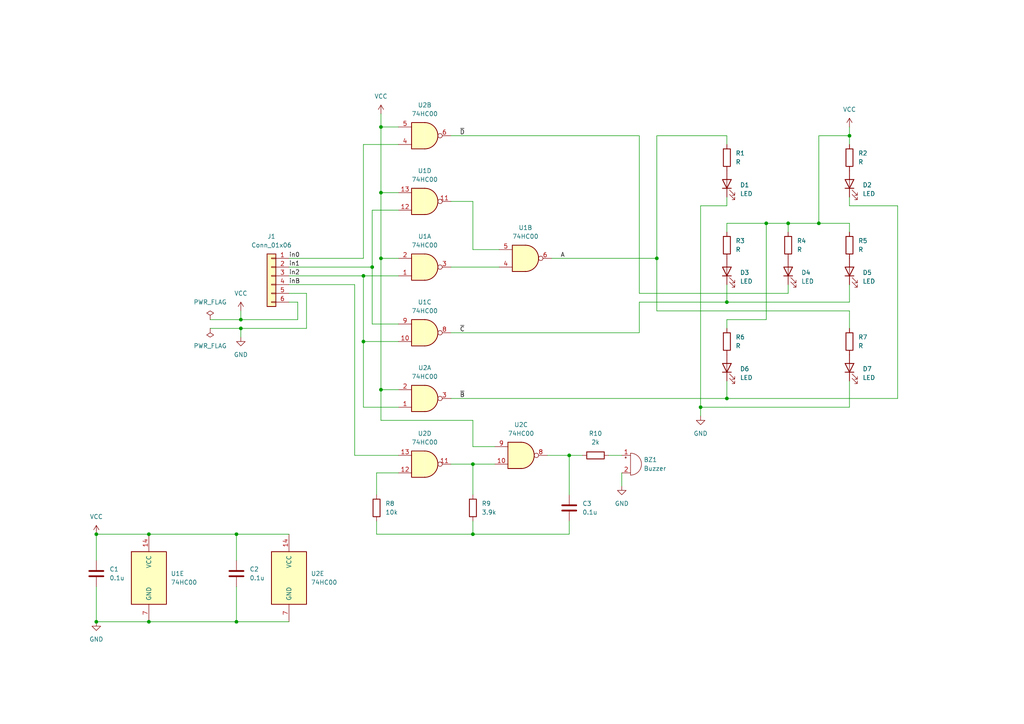
<source format=kicad_sch>
(kicad_sch (version 20211123) (generator eeschema)

  (uuid e63e39d7-6ac0-4ffd-8aa3-1841a4541b55)

  (paper "A4")

  (lib_symbols
    (symbol "74xx:74HC00" (pin_names (offset 1.016)) (in_bom yes) (on_board yes)
      (property "Reference" "U" (id 0) (at 0 1.27 0)
        (effects (font (size 1.27 1.27)))
      )
      (property "Value" "74HC00" (id 1) (at 0 -1.27 0)
        (effects (font (size 1.27 1.27)))
      )
      (property "Footprint" "" (id 2) (at 0 0 0)
        (effects (font (size 1.27 1.27)) hide)
      )
      (property "Datasheet" "http://www.ti.com/lit/gpn/sn74hc00" (id 3) (at 0 0 0)
        (effects (font (size 1.27 1.27)) hide)
      )
      (property "ki_locked" "" (id 4) (at 0 0 0)
        (effects (font (size 1.27 1.27)))
      )
      (property "ki_keywords" "HCMOS nand 2-input" (id 5) (at 0 0 0)
        (effects (font (size 1.27 1.27)) hide)
      )
      (property "ki_description" "quad 2-input NAND gate" (id 6) (at 0 0 0)
        (effects (font (size 1.27 1.27)) hide)
      )
      (property "ki_fp_filters" "DIP*W7.62mm* SO14*" (id 7) (at 0 0 0)
        (effects (font (size 1.27 1.27)) hide)
      )
      (symbol "74HC00_1_1"
        (arc (start 0 -3.81) (mid 3.81 0) (end 0 3.81)
          (stroke (width 0.254) (type default) (color 0 0 0 0))
          (fill (type background))
        )
        (polyline
          (pts
            (xy 0 3.81)
            (xy -3.81 3.81)
            (xy -3.81 -3.81)
            (xy 0 -3.81)
          )
          (stroke (width 0.254) (type default) (color 0 0 0 0))
          (fill (type background))
        )
        (pin input line (at -7.62 2.54 0) (length 3.81)
          (name "~" (effects (font (size 1.27 1.27))))
          (number "1" (effects (font (size 1.27 1.27))))
        )
        (pin input line (at -7.62 -2.54 0) (length 3.81)
          (name "~" (effects (font (size 1.27 1.27))))
          (number "2" (effects (font (size 1.27 1.27))))
        )
        (pin output inverted (at 7.62 0 180) (length 3.81)
          (name "~" (effects (font (size 1.27 1.27))))
          (number "3" (effects (font (size 1.27 1.27))))
        )
      )
      (symbol "74HC00_1_2"
        (arc (start -3.81 -3.81) (mid -2.589 0) (end -3.81 3.81)
          (stroke (width 0.254) (type default) (color 0 0 0 0))
          (fill (type none))
        )
        (arc (start -0.6096 -3.81) (mid 2.1855 -2.584) (end 3.81 0)
          (stroke (width 0.254) (type default) (color 0 0 0 0))
          (fill (type background))
        )
        (polyline
          (pts
            (xy -3.81 -3.81)
            (xy -0.635 -3.81)
          )
          (stroke (width 0.254) (type default) (color 0 0 0 0))
          (fill (type background))
        )
        (polyline
          (pts
            (xy -3.81 3.81)
            (xy -0.635 3.81)
          )
          (stroke (width 0.254) (type default) (color 0 0 0 0))
          (fill (type background))
        )
        (polyline
          (pts
            (xy -0.635 3.81)
            (xy -3.81 3.81)
            (xy -3.81 3.81)
            (xy -3.556 3.4036)
            (xy -3.0226 2.2606)
            (xy -2.6924 1.0414)
            (xy -2.6162 -0.254)
            (xy -2.7686 -1.4986)
            (xy -3.175 -2.7178)
            (xy -3.81 -3.81)
            (xy -3.81 -3.81)
            (xy -0.635 -3.81)
          )
          (stroke (width -25.4) (type default) (color 0 0 0 0))
          (fill (type background))
        )
        (arc (start 3.81 0) (mid 2.1928 2.5925) (end -0.6096 3.81)
          (stroke (width 0.254) (type default) (color 0 0 0 0))
          (fill (type background))
        )
        (pin input inverted (at -7.62 2.54 0) (length 4.318)
          (name "~" (effects (font (size 1.27 1.27))))
          (number "1" (effects (font (size 1.27 1.27))))
        )
        (pin input inverted (at -7.62 -2.54 0) (length 4.318)
          (name "~" (effects (font (size 1.27 1.27))))
          (number "2" (effects (font (size 1.27 1.27))))
        )
        (pin output line (at 7.62 0 180) (length 3.81)
          (name "~" (effects (font (size 1.27 1.27))))
          (number "3" (effects (font (size 1.27 1.27))))
        )
      )
      (symbol "74HC00_2_1"
        (arc (start 0 -3.81) (mid 3.81 0) (end 0 3.81)
          (stroke (width 0.254) (type default) (color 0 0 0 0))
          (fill (type background))
        )
        (polyline
          (pts
            (xy 0 3.81)
            (xy -3.81 3.81)
            (xy -3.81 -3.81)
            (xy 0 -3.81)
          )
          (stroke (width 0.254) (type default) (color 0 0 0 0))
          (fill (type background))
        )
        (pin input line (at -7.62 2.54 0) (length 3.81)
          (name "~" (effects (font (size 1.27 1.27))))
          (number "4" (effects (font (size 1.27 1.27))))
        )
        (pin input line (at -7.62 -2.54 0) (length 3.81)
          (name "~" (effects (font (size 1.27 1.27))))
          (number "5" (effects (font (size 1.27 1.27))))
        )
        (pin output inverted (at 7.62 0 180) (length 3.81)
          (name "~" (effects (font (size 1.27 1.27))))
          (number "6" (effects (font (size 1.27 1.27))))
        )
      )
      (symbol "74HC00_2_2"
        (arc (start -3.81 -3.81) (mid -2.589 0) (end -3.81 3.81)
          (stroke (width 0.254) (type default) (color 0 0 0 0))
          (fill (type none))
        )
        (arc (start -0.6096 -3.81) (mid 2.1855 -2.584) (end 3.81 0)
          (stroke (width 0.254) (type default) (color 0 0 0 0))
          (fill (type background))
        )
        (polyline
          (pts
            (xy -3.81 -3.81)
            (xy -0.635 -3.81)
          )
          (stroke (width 0.254) (type default) (color 0 0 0 0))
          (fill (type background))
        )
        (polyline
          (pts
            (xy -3.81 3.81)
            (xy -0.635 3.81)
          )
          (stroke (width 0.254) (type default) (color 0 0 0 0))
          (fill (type background))
        )
        (polyline
          (pts
            (xy -0.635 3.81)
            (xy -3.81 3.81)
            (xy -3.81 3.81)
            (xy -3.556 3.4036)
            (xy -3.0226 2.2606)
            (xy -2.6924 1.0414)
            (xy -2.6162 -0.254)
            (xy -2.7686 -1.4986)
            (xy -3.175 -2.7178)
            (xy -3.81 -3.81)
            (xy -3.81 -3.81)
            (xy -0.635 -3.81)
          )
          (stroke (width -25.4) (type default) (color 0 0 0 0))
          (fill (type background))
        )
        (arc (start 3.81 0) (mid 2.1928 2.5925) (end -0.6096 3.81)
          (stroke (width 0.254) (type default) (color 0 0 0 0))
          (fill (type background))
        )
        (pin input inverted (at -7.62 2.54 0) (length 4.318)
          (name "~" (effects (font (size 1.27 1.27))))
          (number "4" (effects (font (size 1.27 1.27))))
        )
        (pin input inverted (at -7.62 -2.54 0) (length 4.318)
          (name "~" (effects (font (size 1.27 1.27))))
          (number "5" (effects (font (size 1.27 1.27))))
        )
        (pin output line (at 7.62 0 180) (length 3.81)
          (name "~" (effects (font (size 1.27 1.27))))
          (number "6" (effects (font (size 1.27 1.27))))
        )
      )
      (symbol "74HC00_3_1"
        (arc (start 0 -3.81) (mid 3.81 0) (end 0 3.81)
          (stroke (width 0.254) (type default) (color 0 0 0 0))
          (fill (type background))
        )
        (polyline
          (pts
            (xy 0 3.81)
            (xy -3.81 3.81)
            (xy -3.81 -3.81)
            (xy 0 -3.81)
          )
          (stroke (width 0.254) (type default) (color 0 0 0 0))
          (fill (type background))
        )
        (pin input line (at -7.62 -2.54 0) (length 3.81)
          (name "~" (effects (font (size 1.27 1.27))))
          (number "10" (effects (font (size 1.27 1.27))))
        )
        (pin output inverted (at 7.62 0 180) (length 3.81)
          (name "~" (effects (font (size 1.27 1.27))))
          (number "8" (effects (font (size 1.27 1.27))))
        )
        (pin input line (at -7.62 2.54 0) (length 3.81)
          (name "~" (effects (font (size 1.27 1.27))))
          (number "9" (effects (font (size 1.27 1.27))))
        )
      )
      (symbol "74HC00_3_2"
        (arc (start -3.81 -3.81) (mid -2.589 0) (end -3.81 3.81)
          (stroke (width 0.254) (type default) (color 0 0 0 0))
          (fill (type none))
        )
        (arc (start -0.6096 -3.81) (mid 2.1855 -2.584) (end 3.81 0)
          (stroke (width 0.254) (type default) (color 0 0 0 0))
          (fill (type background))
        )
        (polyline
          (pts
            (xy -3.81 -3.81)
            (xy -0.635 -3.81)
          )
          (stroke (width 0.254) (type default) (color 0 0 0 0))
          (fill (type background))
        )
        (polyline
          (pts
            (xy -3.81 3.81)
            (xy -0.635 3.81)
          )
          (stroke (width 0.254) (type default) (color 0 0 0 0))
          (fill (type background))
        )
        (polyline
          (pts
            (xy -0.635 3.81)
            (xy -3.81 3.81)
            (xy -3.81 3.81)
            (xy -3.556 3.4036)
            (xy -3.0226 2.2606)
            (xy -2.6924 1.0414)
            (xy -2.6162 -0.254)
            (xy -2.7686 -1.4986)
            (xy -3.175 -2.7178)
            (xy -3.81 -3.81)
            (xy -3.81 -3.81)
            (xy -0.635 -3.81)
          )
          (stroke (width -25.4) (type default) (color 0 0 0 0))
          (fill (type background))
        )
        (arc (start 3.81 0) (mid 2.1928 2.5925) (end -0.6096 3.81)
          (stroke (width 0.254) (type default) (color 0 0 0 0))
          (fill (type background))
        )
        (pin input inverted (at -7.62 -2.54 0) (length 4.318)
          (name "~" (effects (font (size 1.27 1.27))))
          (number "10" (effects (font (size 1.27 1.27))))
        )
        (pin output line (at 7.62 0 180) (length 3.81)
          (name "~" (effects (font (size 1.27 1.27))))
          (number "8" (effects (font (size 1.27 1.27))))
        )
        (pin input inverted (at -7.62 2.54 0) (length 4.318)
          (name "~" (effects (font (size 1.27 1.27))))
          (number "9" (effects (font (size 1.27 1.27))))
        )
      )
      (symbol "74HC00_4_1"
        (arc (start 0 -3.81) (mid 3.81 0) (end 0 3.81)
          (stroke (width 0.254) (type default) (color 0 0 0 0))
          (fill (type background))
        )
        (polyline
          (pts
            (xy 0 3.81)
            (xy -3.81 3.81)
            (xy -3.81 -3.81)
            (xy 0 -3.81)
          )
          (stroke (width 0.254) (type default) (color 0 0 0 0))
          (fill (type background))
        )
        (pin output inverted (at 7.62 0 180) (length 3.81)
          (name "~" (effects (font (size 1.27 1.27))))
          (number "11" (effects (font (size 1.27 1.27))))
        )
        (pin input line (at -7.62 2.54 0) (length 3.81)
          (name "~" (effects (font (size 1.27 1.27))))
          (number "12" (effects (font (size 1.27 1.27))))
        )
        (pin input line (at -7.62 -2.54 0) (length 3.81)
          (name "~" (effects (font (size 1.27 1.27))))
          (number "13" (effects (font (size 1.27 1.27))))
        )
      )
      (symbol "74HC00_4_2"
        (arc (start -3.81 -3.81) (mid -2.589 0) (end -3.81 3.81)
          (stroke (width 0.254) (type default) (color 0 0 0 0))
          (fill (type none))
        )
        (arc (start -0.6096 -3.81) (mid 2.1855 -2.584) (end 3.81 0)
          (stroke (width 0.254) (type default) (color 0 0 0 0))
          (fill (type background))
        )
        (polyline
          (pts
            (xy -3.81 -3.81)
            (xy -0.635 -3.81)
          )
          (stroke (width 0.254) (type default) (color 0 0 0 0))
          (fill (type background))
        )
        (polyline
          (pts
            (xy -3.81 3.81)
            (xy -0.635 3.81)
          )
          (stroke (width 0.254) (type default) (color 0 0 0 0))
          (fill (type background))
        )
        (polyline
          (pts
            (xy -0.635 3.81)
            (xy -3.81 3.81)
            (xy -3.81 3.81)
            (xy -3.556 3.4036)
            (xy -3.0226 2.2606)
            (xy -2.6924 1.0414)
            (xy -2.6162 -0.254)
            (xy -2.7686 -1.4986)
            (xy -3.175 -2.7178)
            (xy -3.81 -3.81)
            (xy -3.81 -3.81)
            (xy -0.635 -3.81)
          )
          (stroke (width -25.4) (type default) (color 0 0 0 0))
          (fill (type background))
        )
        (arc (start 3.81 0) (mid 2.1928 2.5925) (end -0.6096 3.81)
          (stroke (width 0.254) (type default) (color 0 0 0 0))
          (fill (type background))
        )
        (pin output line (at 7.62 0 180) (length 3.81)
          (name "~" (effects (font (size 1.27 1.27))))
          (number "11" (effects (font (size 1.27 1.27))))
        )
        (pin input inverted (at -7.62 2.54 0) (length 4.318)
          (name "~" (effects (font (size 1.27 1.27))))
          (number "12" (effects (font (size 1.27 1.27))))
        )
        (pin input inverted (at -7.62 -2.54 0) (length 4.318)
          (name "~" (effects (font (size 1.27 1.27))))
          (number "13" (effects (font (size 1.27 1.27))))
        )
      )
      (symbol "74HC00_5_0"
        (pin power_in line (at 0 12.7 270) (length 5.08)
          (name "VCC" (effects (font (size 1.27 1.27))))
          (number "14" (effects (font (size 1.27 1.27))))
        )
        (pin power_in line (at 0 -12.7 90) (length 5.08)
          (name "GND" (effects (font (size 1.27 1.27))))
          (number "7" (effects (font (size 1.27 1.27))))
        )
      )
      (symbol "74HC00_5_1"
        (rectangle (start -5.08 7.62) (end 5.08 -7.62)
          (stroke (width 0.254) (type default) (color 0 0 0 0))
          (fill (type background))
        )
      )
    )
    (symbol "Connector_Generic:Conn_01x06" (pin_names (offset 1.016) hide) (in_bom yes) (on_board yes)
      (property "Reference" "J" (id 0) (at 0 7.62 0)
        (effects (font (size 1.27 1.27)))
      )
      (property "Value" "Conn_01x06" (id 1) (at 0 -10.16 0)
        (effects (font (size 1.27 1.27)))
      )
      (property "Footprint" "" (id 2) (at 0 0 0)
        (effects (font (size 1.27 1.27)) hide)
      )
      (property "Datasheet" "~" (id 3) (at 0 0 0)
        (effects (font (size 1.27 1.27)) hide)
      )
      (property "ki_keywords" "connector" (id 4) (at 0 0 0)
        (effects (font (size 1.27 1.27)) hide)
      )
      (property "ki_description" "Generic connector, single row, 01x06, script generated (kicad-library-utils/schlib/autogen/connector/)" (id 5) (at 0 0 0)
        (effects (font (size 1.27 1.27)) hide)
      )
      (property "ki_fp_filters" "Connector*:*_1x??_*" (id 6) (at 0 0 0)
        (effects (font (size 1.27 1.27)) hide)
      )
      (symbol "Conn_01x06_1_1"
        (rectangle (start -1.27 -7.493) (end 0 -7.747)
          (stroke (width 0.1524) (type default) (color 0 0 0 0))
          (fill (type none))
        )
        (rectangle (start -1.27 -4.953) (end 0 -5.207)
          (stroke (width 0.1524) (type default) (color 0 0 0 0))
          (fill (type none))
        )
        (rectangle (start -1.27 -2.413) (end 0 -2.667)
          (stroke (width 0.1524) (type default) (color 0 0 0 0))
          (fill (type none))
        )
        (rectangle (start -1.27 0.127) (end 0 -0.127)
          (stroke (width 0.1524) (type default) (color 0 0 0 0))
          (fill (type none))
        )
        (rectangle (start -1.27 2.667) (end 0 2.413)
          (stroke (width 0.1524) (type default) (color 0 0 0 0))
          (fill (type none))
        )
        (rectangle (start -1.27 5.207) (end 0 4.953)
          (stroke (width 0.1524) (type default) (color 0 0 0 0))
          (fill (type none))
        )
        (rectangle (start -1.27 6.35) (end 1.27 -8.89)
          (stroke (width 0.254) (type default) (color 0 0 0 0))
          (fill (type background))
        )
        (pin passive line (at -5.08 5.08 0) (length 3.81)
          (name "Pin_1" (effects (font (size 1.27 1.27))))
          (number "1" (effects (font (size 1.27 1.27))))
        )
        (pin passive line (at -5.08 2.54 0) (length 3.81)
          (name "Pin_2" (effects (font (size 1.27 1.27))))
          (number "2" (effects (font (size 1.27 1.27))))
        )
        (pin passive line (at -5.08 0 0) (length 3.81)
          (name "Pin_3" (effects (font (size 1.27 1.27))))
          (number "3" (effects (font (size 1.27 1.27))))
        )
        (pin passive line (at -5.08 -2.54 0) (length 3.81)
          (name "Pin_4" (effects (font (size 1.27 1.27))))
          (number "4" (effects (font (size 1.27 1.27))))
        )
        (pin passive line (at -5.08 -5.08 0) (length 3.81)
          (name "Pin_5" (effects (font (size 1.27 1.27))))
          (number "5" (effects (font (size 1.27 1.27))))
        )
        (pin passive line (at -5.08 -7.62 0) (length 3.81)
          (name "Pin_6" (effects (font (size 1.27 1.27))))
          (number "6" (effects (font (size 1.27 1.27))))
        )
      )
    )
    (symbol "Device:Buzzer" (pin_names (offset 0.0254) hide) (in_bom yes) (on_board yes)
      (property "Reference" "BZ" (id 0) (at 3.81 1.27 0)
        (effects (font (size 1.27 1.27)) (justify left))
      )
      (property "Value" "Buzzer" (id 1) (at 3.81 -1.27 0)
        (effects (font (size 1.27 1.27)) (justify left))
      )
      (property "Footprint" "" (id 2) (at -0.635 2.54 90)
        (effects (font (size 1.27 1.27)) hide)
      )
      (property "Datasheet" "~" (id 3) (at -0.635 2.54 90)
        (effects (font (size 1.27 1.27)) hide)
      )
      (property "ki_keywords" "quartz resonator ceramic" (id 4) (at 0 0 0)
        (effects (font (size 1.27 1.27)) hide)
      )
      (property "ki_description" "Buzzer, polarized" (id 5) (at 0 0 0)
        (effects (font (size 1.27 1.27)) hide)
      )
      (property "ki_fp_filters" "*Buzzer*" (id 6) (at 0 0 0)
        (effects (font (size 1.27 1.27)) hide)
      )
      (symbol "Buzzer_0_1"
        (arc (start 0 -3.175) (mid 3.175 0) (end 0 3.175)
          (stroke (width 0) (type default) (color 0 0 0 0))
          (fill (type none))
        )
        (polyline
          (pts
            (xy -1.651 1.905)
            (xy -1.143 1.905)
          )
          (stroke (width 0) (type default) (color 0 0 0 0))
          (fill (type none))
        )
        (polyline
          (pts
            (xy -1.397 2.159)
            (xy -1.397 1.651)
          )
          (stroke (width 0) (type default) (color 0 0 0 0))
          (fill (type none))
        )
        (polyline
          (pts
            (xy 0 3.175)
            (xy 0 -3.175)
          )
          (stroke (width 0) (type default) (color 0 0 0 0))
          (fill (type none))
        )
      )
      (symbol "Buzzer_1_1"
        (pin passive line (at -2.54 2.54 0) (length 2.54)
          (name "-" (effects (font (size 1.27 1.27))))
          (number "1" (effects (font (size 1.27 1.27))))
        )
        (pin passive line (at -2.54 -2.54 0) (length 2.54)
          (name "+" (effects (font (size 1.27 1.27))))
          (number "2" (effects (font (size 1.27 1.27))))
        )
      )
    )
    (symbol "Device:C" (pin_numbers hide) (pin_names (offset 0.254)) (in_bom yes) (on_board yes)
      (property "Reference" "C" (id 0) (at 0.635 2.54 0)
        (effects (font (size 1.27 1.27)) (justify left))
      )
      (property "Value" "C" (id 1) (at 0.635 -2.54 0)
        (effects (font (size 1.27 1.27)) (justify left))
      )
      (property "Footprint" "" (id 2) (at 0.9652 -3.81 0)
        (effects (font (size 1.27 1.27)) hide)
      )
      (property "Datasheet" "~" (id 3) (at 0 0 0)
        (effects (font (size 1.27 1.27)) hide)
      )
      (property "ki_keywords" "cap capacitor" (id 4) (at 0 0 0)
        (effects (font (size 1.27 1.27)) hide)
      )
      (property "ki_description" "Unpolarized capacitor" (id 5) (at 0 0 0)
        (effects (font (size 1.27 1.27)) hide)
      )
      (property "ki_fp_filters" "C_*" (id 6) (at 0 0 0)
        (effects (font (size 1.27 1.27)) hide)
      )
      (symbol "C_0_1"
        (polyline
          (pts
            (xy -2.032 -0.762)
            (xy 2.032 -0.762)
          )
          (stroke (width 0.508) (type default) (color 0 0 0 0))
          (fill (type none))
        )
        (polyline
          (pts
            (xy -2.032 0.762)
            (xy 2.032 0.762)
          )
          (stroke (width 0.508) (type default) (color 0 0 0 0))
          (fill (type none))
        )
      )
      (symbol "C_1_1"
        (pin passive line (at 0 3.81 270) (length 2.794)
          (name "~" (effects (font (size 1.27 1.27))))
          (number "1" (effects (font (size 1.27 1.27))))
        )
        (pin passive line (at 0 -3.81 90) (length 2.794)
          (name "~" (effects (font (size 1.27 1.27))))
          (number "2" (effects (font (size 1.27 1.27))))
        )
      )
    )
    (symbol "Device:LED" (pin_numbers hide) (pin_names (offset 1.016) hide) (in_bom yes) (on_board yes)
      (property "Reference" "D" (id 0) (at 0 2.54 0)
        (effects (font (size 1.27 1.27)))
      )
      (property "Value" "LED" (id 1) (at 0 -2.54 0)
        (effects (font (size 1.27 1.27)))
      )
      (property "Footprint" "" (id 2) (at 0 0 0)
        (effects (font (size 1.27 1.27)) hide)
      )
      (property "Datasheet" "~" (id 3) (at 0 0 0)
        (effects (font (size 1.27 1.27)) hide)
      )
      (property "ki_keywords" "LED diode" (id 4) (at 0 0 0)
        (effects (font (size 1.27 1.27)) hide)
      )
      (property "ki_description" "Light emitting diode" (id 5) (at 0 0 0)
        (effects (font (size 1.27 1.27)) hide)
      )
      (property "ki_fp_filters" "LED* LED_SMD:* LED_THT:*" (id 6) (at 0 0 0)
        (effects (font (size 1.27 1.27)) hide)
      )
      (symbol "LED_0_1"
        (polyline
          (pts
            (xy -1.27 -1.27)
            (xy -1.27 1.27)
          )
          (stroke (width 0.254) (type default) (color 0 0 0 0))
          (fill (type none))
        )
        (polyline
          (pts
            (xy -1.27 0)
            (xy 1.27 0)
          )
          (stroke (width 0) (type default) (color 0 0 0 0))
          (fill (type none))
        )
        (polyline
          (pts
            (xy 1.27 -1.27)
            (xy 1.27 1.27)
            (xy -1.27 0)
            (xy 1.27 -1.27)
          )
          (stroke (width 0.254) (type default) (color 0 0 0 0))
          (fill (type none))
        )
        (polyline
          (pts
            (xy -3.048 -0.762)
            (xy -4.572 -2.286)
            (xy -3.81 -2.286)
            (xy -4.572 -2.286)
            (xy -4.572 -1.524)
          )
          (stroke (width 0) (type default) (color 0 0 0 0))
          (fill (type none))
        )
        (polyline
          (pts
            (xy -1.778 -0.762)
            (xy -3.302 -2.286)
            (xy -2.54 -2.286)
            (xy -3.302 -2.286)
            (xy -3.302 -1.524)
          )
          (stroke (width 0) (type default) (color 0 0 0 0))
          (fill (type none))
        )
      )
      (symbol "LED_1_1"
        (pin passive line (at -3.81 0 0) (length 2.54)
          (name "K" (effects (font (size 1.27 1.27))))
          (number "1" (effects (font (size 1.27 1.27))))
        )
        (pin passive line (at 3.81 0 180) (length 2.54)
          (name "A" (effects (font (size 1.27 1.27))))
          (number "2" (effects (font (size 1.27 1.27))))
        )
      )
    )
    (symbol "Device:R" (pin_numbers hide) (pin_names (offset 0)) (in_bom yes) (on_board yes)
      (property "Reference" "R" (id 0) (at 2.032 0 90)
        (effects (font (size 1.27 1.27)))
      )
      (property "Value" "R" (id 1) (at 0 0 90)
        (effects (font (size 1.27 1.27)))
      )
      (property "Footprint" "" (id 2) (at -1.778 0 90)
        (effects (font (size 1.27 1.27)) hide)
      )
      (property "Datasheet" "~" (id 3) (at 0 0 0)
        (effects (font (size 1.27 1.27)) hide)
      )
      (property "ki_keywords" "R res resistor" (id 4) (at 0 0 0)
        (effects (font (size 1.27 1.27)) hide)
      )
      (property "ki_description" "Resistor" (id 5) (at 0 0 0)
        (effects (font (size 1.27 1.27)) hide)
      )
      (property "ki_fp_filters" "R_*" (id 6) (at 0 0 0)
        (effects (font (size 1.27 1.27)) hide)
      )
      (symbol "R_0_1"
        (rectangle (start -1.016 -2.54) (end 1.016 2.54)
          (stroke (width 0.254) (type default) (color 0 0 0 0))
          (fill (type none))
        )
      )
      (symbol "R_1_1"
        (pin passive line (at 0 3.81 270) (length 1.27)
          (name "~" (effects (font (size 1.27 1.27))))
          (number "1" (effects (font (size 1.27 1.27))))
        )
        (pin passive line (at 0 -3.81 90) (length 1.27)
          (name "~" (effects (font (size 1.27 1.27))))
          (number "2" (effects (font (size 1.27 1.27))))
        )
      )
    )
    (symbol "power:GND" (power) (pin_names (offset 0)) (in_bom yes) (on_board yes)
      (property "Reference" "#PWR" (id 0) (at 0 -6.35 0)
        (effects (font (size 1.27 1.27)) hide)
      )
      (property "Value" "GND" (id 1) (at 0 -3.81 0)
        (effects (font (size 1.27 1.27)))
      )
      (property "Footprint" "" (id 2) (at 0 0 0)
        (effects (font (size 1.27 1.27)) hide)
      )
      (property "Datasheet" "" (id 3) (at 0 0 0)
        (effects (font (size 1.27 1.27)) hide)
      )
      (property "ki_keywords" "power-flag" (id 4) (at 0 0 0)
        (effects (font (size 1.27 1.27)) hide)
      )
      (property "ki_description" "Power symbol creates a global label with name \"GND\" , ground" (id 5) (at 0 0 0)
        (effects (font (size 1.27 1.27)) hide)
      )
      (symbol "GND_0_1"
        (polyline
          (pts
            (xy 0 0)
            (xy 0 -1.27)
            (xy 1.27 -1.27)
            (xy 0 -2.54)
            (xy -1.27 -1.27)
            (xy 0 -1.27)
          )
          (stroke (width 0) (type default) (color 0 0 0 0))
          (fill (type none))
        )
      )
      (symbol "GND_1_1"
        (pin power_in line (at 0 0 270) (length 0) hide
          (name "GND" (effects (font (size 1.27 1.27))))
          (number "1" (effects (font (size 1.27 1.27))))
        )
      )
    )
    (symbol "power:PWR_FLAG" (power) (pin_numbers hide) (pin_names (offset 0) hide) (in_bom yes) (on_board yes)
      (property "Reference" "#FLG" (id 0) (at 0 1.905 0)
        (effects (font (size 1.27 1.27)) hide)
      )
      (property "Value" "PWR_FLAG" (id 1) (at 0 3.81 0)
        (effects (font (size 1.27 1.27)))
      )
      (property "Footprint" "" (id 2) (at 0 0 0)
        (effects (font (size 1.27 1.27)) hide)
      )
      (property "Datasheet" "~" (id 3) (at 0 0 0)
        (effects (font (size 1.27 1.27)) hide)
      )
      (property "ki_keywords" "power-flag" (id 4) (at 0 0 0)
        (effects (font (size 1.27 1.27)) hide)
      )
      (property "ki_description" "Special symbol for telling ERC where power comes from" (id 5) (at 0 0 0)
        (effects (font (size 1.27 1.27)) hide)
      )
      (symbol "PWR_FLAG_0_0"
        (pin power_out line (at 0 0 90) (length 0)
          (name "pwr" (effects (font (size 1.27 1.27))))
          (number "1" (effects (font (size 1.27 1.27))))
        )
      )
      (symbol "PWR_FLAG_0_1"
        (polyline
          (pts
            (xy 0 0)
            (xy 0 1.27)
            (xy -1.016 1.905)
            (xy 0 2.54)
            (xy 1.016 1.905)
            (xy 0 1.27)
          )
          (stroke (width 0) (type default) (color 0 0 0 0))
          (fill (type none))
        )
      )
    )
    (symbol "power:VCC" (power) (pin_names (offset 0)) (in_bom yes) (on_board yes)
      (property "Reference" "#PWR" (id 0) (at 0 -3.81 0)
        (effects (font (size 1.27 1.27)) hide)
      )
      (property "Value" "VCC" (id 1) (at 0 3.81 0)
        (effects (font (size 1.27 1.27)))
      )
      (property "Footprint" "" (id 2) (at 0 0 0)
        (effects (font (size 1.27 1.27)) hide)
      )
      (property "Datasheet" "" (id 3) (at 0 0 0)
        (effects (font (size 1.27 1.27)) hide)
      )
      (property "ki_keywords" "power-flag" (id 4) (at 0 0 0)
        (effects (font (size 1.27 1.27)) hide)
      )
      (property "ki_description" "Power symbol creates a global label with name \"VCC\"" (id 5) (at 0 0 0)
        (effects (font (size 1.27 1.27)) hide)
      )
      (symbol "VCC_0_1"
        (polyline
          (pts
            (xy -0.762 1.27)
            (xy 0 2.54)
          )
          (stroke (width 0) (type default) (color 0 0 0 0))
          (fill (type none))
        )
        (polyline
          (pts
            (xy 0 0)
            (xy 0 2.54)
          )
          (stroke (width 0) (type default) (color 0 0 0 0))
          (fill (type none))
        )
        (polyline
          (pts
            (xy 0 2.54)
            (xy 0.762 1.27)
          )
          (stroke (width 0) (type default) (color 0 0 0 0))
          (fill (type none))
        )
      )
      (symbol "VCC_1_1"
        (pin power_in line (at 0 0 90) (length 0) hide
          (name "VCC" (effects (font (size 1.27 1.27))))
          (number "1" (effects (font (size 1.27 1.27))))
        )
      )
    )
  )

  (junction (at 110.49 74.93) (diameter 0) (color 0 0 0 0)
    (uuid 094fd81c-e1f8-4366-82d6-10e1c284b75b)
  )
  (junction (at 165.1 132.08) (diameter 0) (color 0 0 0 0)
    (uuid 159cb6cf-ad89-4234-8ed6-0d2d9d6ce389)
  )
  (junction (at 110.49 55.88) (diameter 0) (color 0 0 0 0)
    (uuid 2660effa-3d6d-4c90-a38f-4beeba0c98f6)
  )
  (junction (at 246.38 39.37) (diameter 0) (color 0 0 0 0)
    (uuid 2b0b671e-f2c3-4e96-a2a8-f9559109fcba)
  )
  (junction (at 210.82 115.57) (diameter 0) (color 0 0 0 0)
    (uuid 2d7911a1-fef5-458d-9060-504efb35df1d)
  )
  (junction (at 203.2 118.11) (diameter 0) (color 0 0 0 0)
    (uuid 2efd11df-1311-4109-a2ef-103041b972d9)
  )
  (junction (at 43.18 180.34) (diameter 0) (color 0 0 0 0)
    (uuid 3a4131eb-674a-4b10-b8b8-de526279a61e)
  )
  (junction (at 69.85 95.25) (diameter 0) (color 0 0 0 0)
    (uuid 59b1b8de-4631-449c-af93-142c69ee3725)
  )
  (junction (at 107.95 77.47) (diameter 0) (color 0 0 0 0)
    (uuid 6bfdbab3-e7eb-41f8-b7b7-439cf17621d2)
  )
  (junction (at 43.18 154.94) (diameter 0) (color 0 0 0 0)
    (uuid 727b7d3e-63fc-4631-a702-35c1e7bf47ad)
  )
  (junction (at 27.94 154.94) (diameter 0) (color 0 0 0 0)
    (uuid 7b028444-321d-4e3c-b56d-d12cd9538091)
  )
  (junction (at 110.49 113.03) (diameter 0) (color 0 0 0 0)
    (uuid 7bf45091-9dc2-4d0e-ad54-9469dcd93e24)
  )
  (junction (at 110.49 36.83) (diameter 0) (color 0 0 0 0)
    (uuid 7c6c4cd3-5e6b-44fa-8102-cda0bb71f807)
  )
  (junction (at 68.58 180.34) (diameter 0) (color 0 0 0 0)
    (uuid 7ff2b839-3914-4d24-8fd1-3ecdd2bb51fd)
  )
  (junction (at 68.58 154.94) (diameter 0) (color 0 0 0 0)
    (uuid 876a203d-a58a-48fe-b959-ffff6565ef7a)
  )
  (junction (at 105.41 99.06) (diameter 0) (color 0 0 0 0)
    (uuid 8f6305f6-63c2-4d5f-8d36-fc154e843fba)
  )
  (junction (at 27.94 180.34) (diameter 0) (color 0 0 0 0)
    (uuid 9da434be-a59f-45c6-b7fe-50ed7a20b8a9)
  )
  (junction (at 222.25 64.77) (diameter 0) (color 0 0 0 0)
    (uuid b23bbcf7-b343-4bef-8d1c-ff8f6e529626)
  )
  (junction (at 69.85 92.71) (diameter 0) (color 0 0 0 0)
    (uuid b90dd60b-3718-48dc-bf42-fbe1c7fffc63)
  )
  (junction (at 137.16 154.94) (diameter 0) (color 0 0 0 0)
    (uuid b91bddb2-2e14-475e-a35d-7173ae9ccebd)
  )
  (junction (at 237.49 64.77) (diameter 0) (color 0 0 0 0)
    (uuid ba408531-3079-4a91-b935-25b12b152d3b)
  )
  (junction (at 137.16 134.62) (diameter 0) (color 0 0 0 0)
    (uuid c5fe32e7-cc29-42c6-b141-9cd2a2ac14c6)
  )
  (junction (at 105.41 80.01) (diameter 0) (color 0 0 0 0)
    (uuid d1be781e-8a8a-4c02-b77d-dfcb5f186aab)
  )
  (junction (at 228.6 64.77) (diameter 0) (color 0 0 0 0)
    (uuid d84080cb-d9ef-4832-bc86-309f12f83921)
  )
  (junction (at 190.5 74.93) (diameter 0) (color 0 0 0 0)
    (uuid db8d6f5d-6d7a-4e52-aeb1-3fdb18d7057f)
  )
  (junction (at 210.82 87.63) (diameter 0) (color 0 0 0 0)
    (uuid ff3b95da-397f-4f1d-97fc-976143fa7170)
  )

  (wire (pts (xy 210.82 87.63) (xy 246.38 87.63))
    (stroke (width 0) (type default) (color 0 0 0 0))
    (uuid 016beecb-0d46-42e4-ae19-029ef7001d66)
  )
  (wire (pts (xy 185.42 39.37) (xy 130.81 39.37))
    (stroke (width 0) (type default) (color 0 0 0 0))
    (uuid 024ea83b-cb8a-48bc-a93d-2a9ca5e27b2e)
  )
  (wire (pts (xy 185.42 96.52) (xy 130.81 96.52))
    (stroke (width 0) (type default) (color 0 0 0 0))
    (uuid 03015085-2c7f-4d2d-a557-bada4792d8ee)
  )
  (wire (pts (xy 105.41 80.01) (xy 115.57 80.01))
    (stroke (width 0) (type default) (color 0 0 0 0))
    (uuid 03720466-be34-4d80-b37f-9e8e6bff546f)
  )
  (wire (pts (xy 190.5 90.17) (xy 190.5 74.93))
    (stroke (width 0) (type default) (color 0 0 0 0))
    (uuid 043db158-4d42-490d-9c81-a6eab94abc46)
  )
  (wire (pts (xy 210.82 64.77) (xy 210.82 67.31))
    (stroke (width 0) (type default) (color 0 0 0 0))
    (uuid 081ab3d0-4488-42ad-b699-3b8167296a31)
  )
  (wire (pts (xy 83.82 85.09) (xy 88.9 85.09))
    (stroke (width 0) (type default) (color 0 0 0 0))
    (uuid 09f50847-a7d8-47e0-b2c1-634c0e45d145)
  )
  (wire (pts (xy 83.82 80.01) (xy 105.41 80.01))
    (stroke (width 0) (type default) (color 0 0 0 0))
    (uuid 0a0a1b82-313f-43b8-8b4a-73e3636f5576)
  )
  (wire (pts (xy 27.94 170.18) (xy 27.94 180.34))
    (stroke (width 0) (type default) (color 0 0 0 0))
    (uuid 0cea3283-3027-4066-b170-3232cef084d3)
  )
  (wire (pts (xy 110.49 113.03) (xy 110.49 121.92))
    (stroke (width 0) (type default) (color 0 0 0 0))
    (uuid 12fe4dbc-da9e-4f86-9943-bdd5f9160a8c)
  )
  (wire (pts (xy 105.41 80.01) (xy 105.41 99.06))
    (stroke (width 0) (type default) (color 0 0 0 0))
    (uuid 14d7bab6-83eb-4766-b047-d59aead7750f)
  )
  (wire (pts (xy 130.81 58.42) (xy 137.16 58.42))
    (stroke (width 0) (type default) (color 0 0 0 0))
    (uuid 154b32dd-165b-43e8-881d-01a88b54b7a1)
  )
  (wire (pts (xy 107.95 93.98) (xy 115.57 93.98))
    (stroke (width 0) (type default) (color 0 0 0 0))
    (uuid 18147ee9-ddb1-404d-802c-857b93718af1)
  )
  (wire (pts (xy 222.25 64.77) (xy 210.82 64.77))
    (stroke (width 0) (type default) (color 0 0 0 0))
    (uuid 1afd7424-5a07-4d61-a771-56f7cb558b21)
  )
  (wire (pts (xy 210.82 57.15) (xy 210.82 59.69))
    (stroke (width 0) (type default) (color 0 0 0 0))
    (uuid 1bd572af-d24e-4aae-8058-ccde3509174d)
  )
  (wire (pts (xy 88.9 95.25) (xy 69.85 95.25))
    (stroke (width 0) (type default) (color 0 0 0 0))
    (uuid 1d1a81e3-4271-47a3-90ae-02c90a7e0b2a)
  )
  (wire (pts (xy 115.57 41.91) (xy 105.41 41.91))
    (stroke (width 0) (type default) (color 0 0 0 0))
    (uuid 1f1ecef1-57cc-4344-9210-c00f6cffebc4)
  )
  (wire (pts (xy 246.38 95.25) (xy 246.38 90.17))
    (stroke (width 0) (type default) (color 0 0 0 0))
    (uuid 229de792-9035-44aa-a88a-7833086b2221)
  )
  (wire (pts (xy 228.6 82.55) (xy 228.6 85.09))
    (stroke (width 0) (type default) (color 0 0 0 0))
    (uuid 2339b105-183c-4d7b-b6fd-dad4f87f448a)
  )
  (wire (pts (xy 222.25 92.71) (xy 210.82 92.71))
    (stroke (width 0) (type default) (color 0 0 0 0))
    (uuid 24a2ef2d-4953-4be5-b207-c44f8bdd4d89)
  )
  (wire (pts (xy 102.87 132.08) (xy 115.57 132.08))
    (stroke (width 0) (type default) (color 0 0 0 0))
    (uuid 2852ff54-665b-4bb8-93ab-81a9ba0aa6d7)
  )
  (wire (pts (xy 237.49 64.77) (xy 246.38 64.77))
    (stroke (width 0) (type default) (color 0 0 0 0))
    (uuid 2a3873ab-0098-46e2-86e8-0ceac34d144e)
  )
  (wire (pts (xy 185.42 87.63) (xy 185.42 96.52))
    (stroke (width 0) (type default) (color 0 0 0 0))
    (uuid 2c37c6c3-6536-43e0-bec1-dc5fffd419ab)
  )
  (wire (pts (xy 43.18 154.94) (xy 68.58 154.94))
    (stroke (width 0) (type default) (color 0 0 0 0))
    (uuid 2e64e7b6-04b9-4842-b788-cc1bd812b813)
  )
  (wire (pts (xy 27.94 154.94) (xy 27.94 162.56))
    (stroke (width 0) (type default) (color 0 0 0 0))
    (uuid 2f25f9ea-44f5-43db-9af4-9c654d2ea8bf)
  )
  (wire (pts (xy 137.16 58.42) (xy 137.16 72.39))
    (stroke (width 0) (type default) (color 0 0 0 0))
    (uuid 2faefc48-317b-4a66-95a1-5961c5bf2733)
  )
  (wire (pts (xy 180.34 137.16) (xy 180.34 140.97))
    (stroke (width 0) (type default) (color 0 0 0 0))
    (uuid 33f59050-9daf-46a9-9dc2-eb3d47761e6f)
  )
  (wire (pts (xy 210.82 39.37) (xy 210.82 41.91))
    (stroke (width 0) (type default) (color 0 0 0 0))
    (uuid 34ab7d18-e24c-494e-a2ce-e20743d3de5b)
  )
  (wire (pts (xy 110.49 55.88) (xy 115.57 55.88))
    (stroke (width 0) (type default) (color 0 0 0 0))
    (uuid 358f3a2f-6a64-4a8e-b2bf-1dbfcfedb21c)
  )
  (wire (pts (xy 228.6 85.09) (xy 185.42 85.09))
    (stroke (width 0) (type default) (color 0 0 0 0))
    (uuid 378ba1a8-6181-4c9b-8f09-57ead8b9fcee)
  )
  (wire (pts (xy 130.81 77.47) (xy 144.78 77.47))
    (stroke (width 0) (type default) (color 0 0 0 0))
    (uuid 3ba1c0d2-efdf-4bd3-9c96-98d94bdd18d0)
  )
  (wire (pts (xy 105.41 99.06) (xy 115.57 99.06))
    (stroke (width 0) (type default) (color 0 0 0 0))
    (uuid 3d51a7d9-a5c8-468a-935a-9a8840680bca)
  )
  (wire (pts (xy 176.53 132.08) (xy 180.34 132.08))
    (stroke (width 0) (type default) (color 0 0 0 0))
    (uuid 3e9f4fcc-06e8-4633-9b5d-87d40265e130)
  )
  (wire (pts (xy 210.82 92.71) (xy 210.82 95.25))
    (stroke (width 0) (type default) (color 0 0 0 0))
    (uuid 3f081fb9-a758-4a87-8d6c-bca55bdf64f7)
  )
  (wire (pts (xy 88.9 85.09) (xy 88.9 95.25))
    (stroke (width 0) (type default) (color 0 0 0 0))
    (uuid 404e7802-5954-4486-b81c-efd90d5a677a)
  )
  (wire (pts (xy 60.96 95.25) (xy 69.85 95.25))
    (stroke (width 0) (type default) (color 0 0 0 0))
    (uuid 40f5062d-66b9-42d8-b342-932e8e0285ab)
  )
  (wire (pts (xy 105.41 99.06) (xy 105.41 118.11))
    (stroke (width 0) (type default) (color 0 0 0 0))
    (uuid 43d06c82-78f7-4212-9071-0455a2397c8e)
  )
  (wire (pts (xy 115.57 137.16) (xy 109.22 137.16))
    (stroke (width 0) (type default) (color 0 0 0 0))
    (uuid 45726804-16f2-41a8-97cf-a3cd36dce21d)
  )
  (wire (pts (xy 237.49 64.77) (xy 228.6 64.77))
    (stroke (width 0) (type default) (color 0 0 0 0))
    (uuid 4822bfb9-9c44-4689-bc37-7cc88297a6ac)
  )
  (wire (pts (xy 68.58 170.18) (xy 68.58 180.34))
    (stroke (width 0) (type default) (color 0 0 0 0))
    (uuid 48be516d-bbb1-400e-a7ad-b2bfb4b71771)
  )
  (wire (pts (xy 237.49 39.37) (xy 237.49 64.77))
    (stroke (width 0) (type default) (color 0 0 0 0))
    (uuid 49e214b1-4576-423e-beeb-d5b7040129d1)
  )
  (wire (pts (xy 137.16 151.13) (xy 137.16 154.94))
    (stroke (width 0) (type default) (color 0 0 0 0))
    (uuid 4a286523-fbd5-4df1-914b-6cef2740ffb4)
  )
  (wire (pts (xy 110.49 36.83) (xy 110.49 55.88))
    (stroke (width 0) (type default) (color 0 0 0 0))
    (uuid 50746e2f-9711-4639-a020-0b8799ab8bfe)
  )
  (wire (pts (xy 83.82 87.63) (xy 86.36 87.63))
    (stroke (width 0) (type default) (color 0 0 0 0))
    (uuid 50df8fa0-ee2a-4112-85b7-c22bb6e6d9c5)
  )
  (wire (pts (xy 246.38 64.77) (xy 246.38 67.31))
    (stroke (width 0) (type default) (color 0 0 0 0))
    (uuid 52ff60af-c994-4682-8600-06bda15a28e2)
  )
  (wire (pts (xy 137.16 154.94) (xy 109.22 154.94))
    (stroke (width 0) (type default) (color 0 0 0 0))
    (uuid 546d0491-9ef8-41e3-b9d3-9584caff5333)
  )
  (wire (pts (xy 210.82 115.57) (xy 210.82 110.49))
    (stroke (width 0) (type default) (color 0 0 0 0))
    (uuid 55879864-98b5-4e56-a460-af53a3ed5b49)
  )
  (wire (pts (xy 110.49 113.03) (xy 115.57 113.03))
    (stroke (width 0) (type default) (color 0 0 0 0))
    (uuid 576f5927-4337-42b3-9f4f-563d58266cbe)
  )
  (wire (pts (xy 158.75 132.08) (xy 165.1 132.08))
    (stroke (width 0) (type default) (color 0 0 0 0))
    (uuid 57a45468-d89a-4506-b762-61fd99bfb05c)
  )
  (wire (pts (xy 43.18 180.34) (xy 68.58 180.34))
    (stroke (width 0) (type default) (color 0 0 0 0))
    (uuid 58760540-19f8-4005-92e1-da63906b14e0)
  )
  (wire (pts (xy 246.38 118.11) (xy 203.2 118.11))
    (stroke (width 0) (type default) (color 0 0 0 0))
    (uuid 5f9d4aa9-8059-47d3-9b1a-892b09ce8a3f)
  )
  (wire (pts (xy 110.49 74.93) (xy 110.49 113.03))
    (stroke (width 0) (type default) (color 0 0 0 0))
    (uuid 6aa62cf9-a3ce-4bf6-a635-68016b6b065a)
  )
  (wire (pts (xy 83.82 82.55) (xy 102.87 82.55))
    (stroke (width 0) (type default) (color 0 0 0 0))
    (uuid 6bdde045-3ad1-4558-99b4-f7c4cce35b25)
  )
  (wire (pts (xy 107.95 60.96) (xy 107.95 77.47))
    (stroke (width 0) (type default) (color 0 0 0 0))
    (uuid 6be6bc81-1dd3-44a1-a51d-84f322fd1516)
  )
  (wire (pts (xy 107.95 77.47) (xy 83.82 77.47))
    (stroke (width 0) (type default) (color 0 0 0 0))
    (uuid 6c78d5da-31f9-4d84-9e60-6889a70e2651)
  )
  (wire (pts (xy 86.36 87.63) (xy 86.36 92.71))
    (stroke (width 0) (type default) (color 0 0 0 0))
    (uuid 6eb95c8f-7369-48b7-b539-31b347d84b6d)
  )
  (wire (pts (xy 246.38 57.15) (xy 246.38 59.69))
    (stroke (width 0) (type default) (color 0 0 0 0))
    (uuid 704b6fb6-02ad-4b4c-b639-4855d0ef0989)
  )
  (wire (pts (xy 110.49 55.88) (xy 110.49 74.93))
    (stroke (width 0) (type default) (color 0 0 0 0))
    (uuid 71b6e80f-b931-40d2-befe-7a25a238a341)
  )
  (wire (pts (xy 137.16 121.92) (xy 137.16 129.54))
    (stroke (width 0) (type default) (color 0 0 0 0))
    (uuid 7e668888-74f3-4302-981a-e0256fdbd001)
  )
  (wire (pts (xy 105.41 118.11) (xy 115.57 118.11))
    (stroke (width 0) (type default) (color 0 0 0 0))
    (uuid 7f32186c-1adb-4714-ad5a-c6c5d0848777)
  )
  (wire (pts (xy 203.2 59.69) (xy 203.2 118.11))
    (stroke (width 0) (type default) (color 0 0 0 0))
    (uuid 7f632842-da83-4192-981b-6496becf4da1)
  )
  (wire (pts (xy 246.38 82.55) (xy 246.38 87.63))
    (stroke (width 0) (type default) (color 0 0 0 0))
    (uuid 847dacf3-0b21-4991-b8bb-f681cc03db31)
  )
  (wire (pts (xy 86.36 92.71) (xy 69.85 92.71))
    (stroke (width 0) (type default) (color 0 0 0 0))
    (uuid 84922b30-12d4-4ca4-be4f-d29a86f240c4)
  )
  (wire (pts (xy 203.2 120.65) (xy 203.2 118.11))
    (stroke (width 0) (type default) (color 0 0 0 0))
    (uuid 8582b370-1948-4892-abb0-043f16981f38)
  )
  (wire (pts (xy 165.1 151.13) (xy 165.1 154.94))
    (stroke (width 0) (type default) (color 0 0 0 0))
    (uuid 8bd92ef1-2012-43ca-ae4a-f16a271075ac)
  )
  (wire (pts (xy 228.6 64.77) (xy 222.25 64.77))
    (stroke (width 0) (type default) (color 0 0 0 0))
    (uuid 8f5a925b-a48c-4538-bc66-c71b826c9583)
  )
  (wire (pts (xy 109.22 154.94) (xy 109.22 151.13))
    (stroke (width 0) (type default) (color 0 0 0 0))
    (uuid 9048e158-573c-4e2d-a849-dce37e5752ae)
  )
  (wire (pts (xy 185.42 85.09) (xy 185.42 39.37))
    (stroke (width 0) (type default) (color 0 0 0 0))
    (uuid 91cce69d-f8cc-4eee-b4cf-0de46795bf49)
  )
  (wire (pts (xy 137.16 134.62) (xy 137.16 143.51))
    (stroke (width 0) (type default) (color 0 0 0 0))
    (uuid 94200aae-e61c-42d6-9dc4-139f4b8fb06b)
  )
  (wire (pts (xy 105.41 74.93) (xy 83.82 74.93))
    (stroke (width 0) (type default) (color 0 0 0 0))
    (uuid 984a66d8-c710-44ae-98fa-a885ff8e00f1)
  )
  (wire (pts (xy 68.58 154.94) (xy 68.58 162.56))
    (stroke (width 0) (type default) (color 0 0 0 0))
    (uuid 98730a92-5e27-4191-ad17-34cf5928be22)
  )
  (wire (pts (xy 190.5 39.37) (xy 210.82 39.37))
    (stroke (width 0) (type default) (color 0 0 0 0))
    (uuid 996365d1-5b69-41e3-a27b-70ed39a4fe19)
  )
  (wire (pts (xy 260.35 115.57) (xy 210.82 115.57))
    (stroke (width 0) (type default) (color 0 0 0 0))
    (uuid 9c1bc8be-54b7-4c5d-8647-d167cc12e366)
  )
  (wire (pts (xy 160.02 74.93) (xy 190.5 74.93))
    (stroke (width 0) (type default) (color 0 0 0 0))
    (uuid a475b907-6b0b-438b-9f84-67dbdc3f2b28)
  )
  (wire (pts (xy 246.38 39.37) (xy 246.38 41.91))
    (stroke (width 0) (type default) (color 0 0 0 0))
    (uuid a47a2724-70f4-4c1b-a28a-4cf64c54dbde)
  )
  (wire (pts (xy 165.1 132.08) (xy 168.91 132.08))
    (stroke (width 0) (type default) (color 0 0 0 0))
    (uuid a6f5e7db-25a2-4eb9-8af1-f2ef939406dc)
  )
  (wire (pts (xy 185.42 87.63) (xy 210.82 87.63))
    (stroke (width 0) (type default) (color 0 0 0 0))
    (uuid a83d6e17-d35c-47f9-a760-c578c4072cb4)
  )
  (wire (pts (xy 165.1 154.94) (xy 137.16 154.94))
    (stroke (width 0) (type default) (color 0 0 0 0))
    (uuid ab9834bf-e475-4875-b448-f8ecca0bb83c)
  )
  (wire (pts (xy 246.38 59.69) (xy 260.35 59.69))
    (stroke (width 0) (type default) (color 0 0 0 0))
    (uuid ae8bb46d-ac18-447c-a98b-5cc6439db58f)
  )
  (wire (pts (xy 165.1 132.08) (xy 165.1 143.51))
    (stroke (width 0) (type default) (color 0 0 0 0))
    (uuid b4d81bf1-f697-42d3-9701-936383a17adc)
  )
  (wire (pts (xy 137.16 72.39) (xy 144.78 72.39))
    (stroke (width 0) (type default) (color 0 0 0 0))
    (uuid b903e4cb-7d76-45fb-bf16-098719c21cad)
  )
  (wire (pts (xy 60.96 92.71) (xy 69.85 92.71))
    (stroke (width 0) (type default) (color 0 0 0 0))
    (uuid c0ff7450-63a6-4541-a617-57a56ebc165a)
  )
  (wire (pts (xy 137.16 134.62) (xy 143.51 134.62))
    (stroke (width 0) (type default) (color 0 0 0 0))
    (uuid c1a74948-ab0f-4f58-bbcc-5ee5a28b661f)
  )
  (wire (pts (xy 110.49 33.02) (xy 110.49 36.83))
    (stroke (width 0) (type default) (color 0 0 0 0))
    (uuid c75432b4-287a-43d6-a9a8-6060ceac2822)
  )
  (wire (pts (xy 260.35 59.69) (xy 260.35 115.57))
    (stroke (width 0) (type default) (color 0 0 0 0))
    (uuid c75557ba-e009-4c13-a698-1d22c416405b)
  )
  (wire (pts (xy 107.95 77.47) (xy 107.95 93.98))
    (stroke (width 0) (type default) (color 0 0 0 0))
    (uuid c9155f76-d2fc-4b00-86c6-805a94103694)
  )
  (wire (pts (xy 110.49 74.93) (xy 115.57 74.93))
    (stroke (width 0) (type default) (color 0 0 0 0))
    (uuid c9e4c644-bc0a-4d23-b357-4e5098d7793b)
  )
  (wire (pts (xy 210.82 59.69) (xy 203.2 59.69))
    (stroke (width 0) (type default) (color 0 0 0 0))
    (uuid ca9932d7-b137-4c78-b63d-632e1ebd7595)
  )
  (wire (pts (xy 130.81 134.62) (xy 137.16 134.62))
    (stroke (width 0) (type default) (color 0 0 0 0))
    (uuid ceea60a1-a22f-45af-b424-c1b559c0b982)
  )
  (wire (pts (xy 246.38 36.83) (xy 246.38 39.37))
    (stroke (width 0) (type default) (color 0 0 0 0))
    (uuid d10ea125-828a-445c-b394-2e3af480ef4a)
  )
  (wire (pts (xy 102.87 82.55) (xy 102.87 132.08))
    (stroke (width 0) (type default) (color 0 0 0 0))
    (uuid d2e84a75-b01e-4e01-8e62-41a4cdd16bb4)
  )
  (wire (pts (xy 246.38 90.17) (xy 190.5 90.17))
    (stroke (width 0) (type default) (color 0 0 0 0))
    (uuid d2f949ca-a58b-4322-ad0b-85666e143f5e)
  )
  (wire (pts (xy 130.81 115.57) (xy 210.82 115.57))
    (stroke (width 0) (type default) (color 0 0 0 0))
    (uuid d46efcc6-74b5-4b07-a247-d0ef226bdb29)
  )
  (wire (pts (xy 105.41 41.91) (xy 105.41 74.93))
    (stroke (width 0) (type default) (color 0 0 0 0))
    (uuid d60fc70f-9e16-48cf-b151-bd17af1c7012)
  )
  (wire (pts (xy 109.22 137.16) (xy 109.22 143.51))
    (stroke (width 0) (type default) (color 0 0 0 0))
    (uuid d9aa00cc-c414-4717-9b7b-3e345a5a5fa5)
  )
  (wire (pts (xy 228.6 64.77) (xy 228.6 67.31))
    (stroke (width 0) (type default) (color 0 0 0 0))
    (uuid df254d0b-f0c6-44d8-8565-075ad079b801)
  )
  (wire (pts (xy 68.58 180.34) (xy 83.82 180.34))
    (stroke (width 0) (type default) (color 0 0 0 0))
    (uuid df8e8f53-e145-4a81-a739-85cd9d4e85be)
  )
  (wire (pts (xy 246.38 110.49) (xy 246.38 118.11))
    (stroke (width 0) (type default) (color 0 0 0 0))
    (uuid e1f81e67-cbf8-46e5-811d-c00f0b9d645a)
  )
  (wire (pts (xy 27.94 154.94) (xy 43.18 154.94))
    (stroke (width 0) (type default) (color 0 0 0 0))
    (uuid e2f90013-d519-4ba1-8f1a-2826c17b66a4)
  )
  (wire (pts (xy 210.82 82.55) (xy 210.82 87.63))
    (stroke (width 0) (type default) (color 0 0 0 0))
    (uuid e38ef933-cad1-4eee-acc2-e0e397c973b5)
  )
  (wire (pts (xy 222.25 92.71) (xy 222.25 64.77))
    (stroke (width 0) (type default) (color 0 0 0 0))
    (uuid e476dc78-432a-482d-b6f2-edc5eb69bdd9)
  )
  (wire (pts (xy 110.49 36.83) (xy 115.57 36.83))
    (stroke (width 0) (type default) (color 0 0 0 0))
    (uuid e57ace6c-dcc0-49f0-bcee-d0a1f979ae75)
  )
  (wire (pts (xy 69.85 95.25) (xy 69.85 97.79))
    (stroke (width 0) (type default) (color 0 0 0 0))
    (uuid ec4e742b-5729-4ee8-90a2-44c07ddd74e3)
  )
  (wire (pts (xy 190.5 39.37) (xy 190.5 74.93))
    (stroke (width 0) (type default) (color 0 0 0 0))
    (uuid ec684c9c-70b5-41ac-bf91-30abc8670b05)
  )
  (wire (pts (xy 69.85 92.71) (xy 69.85 90.17))
    (stroke (width 0) (type default) (color 0 0 0 0))
    (uuid ed2776a8-0f50-4df7-ae40-47971d108cc3)
  )
  (wire (pts (xy 115.57 60.96) (xy 107.95 60.96))
    (stroke (width 0) (type default) (color 0 0 0 0))
    (uuid f26c5825-8bd7-4c4b-8dce-4381911ece00)
  )
  (wire (pts (xy 27.94 180.34) (xy 43.18 180.34))
    (stroke (width 0) (type default) (color 0 0 0 0))
    (uuid f4284268-5785-4bfe-8b18-dab3579fff82)
  )
  (wire (pts (xy 68.58 154.94) (xy 83.82 154.94))
    (stroke (width 0) (type default) (color 0 0 0 0))
    (uuid f44944f2-a76b-4b60-bf56-70611a0a7adb)
  )
  (wire (pts (xy 110.49 121.92) (xy 137.16 121.92))
    (stroke (width 0) (type default) (color 0 0 0 0))
    (uuid f5104d60-014e-4ac5-973b-bfd4bf32aefa)
  )
  (wire (pts (xy 246.38 39.37) (xy 237.49 39.37))
    (stroke (width 0) (type default) (color 0 0 0 0))
    (uuid fa039e8f-7073-4aae-bcd3-de3cac0b42b7)
  )
  (wire (pts (xy 137.16 129.54) (xy 143.51 129.54))
    (stroke (width 0) (type default) (color 0 0 0 0))
    (uuid fe38cdad-684b-4756-8f78-2dfd7ea314f8)
  )

  (label "in1" (at 83.82 77.47 0)
    (effects (font (size 1.27 1.27)) (justify left bottom))
    (uuid 13c3ff92-03d6-46ee-8526-a231c6d77de2)
  )
  (label "inB" (at 83.82 82.55 0)
    (effects (font (size 1.27 1.27)) (justify left bottom))
    (uuid 34e967b3-de57-4561-9dd5-96c5dc3a6c07)
  )
  (label "~{C}" (at 133.35 96.52 0)
    (effects (font (size 1.27 1.27)) (justify left bottom))
    (uuid 5ae8f307-a78a-4975-aaab-11b57253b98f)
  )
  (label "in2" (at 83.82 80.01 0)
    (effects (font (size 1.27 1.27)) (justify left bottom))
    (uuid 70f53896-faf1-441f-acff-718f1c1079dd)
  )
  (label "A" (at 162.56 74.93 0)
    (effects (font (size 1.27 1.27)) (justify left bottom))
    (uuid 893f0d06-99e0-4aa0-8ac3-43c178acfbd0)
  )
  (label "~{B}" (at 133.35 115.57 0)
    (effects (font (size 1.27 1.27)) (justify left bottom))
    (uuid a36b4e10-140c-4cd2-ab3b-84a286f79697)
  )
  (label "~{D}" (at 133.35 39.37 0)
    (effects (font (size 1.27 1.27)) (justify left bottom))
    (uuid be1479e7-13ee-4c9a-a25c-7ddee9c8ccf1)
  )
  (label "in0" (at 83.82 74.93 0)
    (effects (font (size 1.27 1.27)) (justify left bottom))
    (uuid f201493e-93a8-4a42-b9a8-b92d2d7bfa69)
  )

  (symbol (lib_id "power:GND") (at 203.2 120.65 0) (unit 1)
    (in_bom yes) (on_board yes) (fields_autoplaced)
    (uuid 07c467e1-3bcc-4485-a12d-67b2242acd62)
    (property "Reference" "#PWR0102" (id 0) (at 203.2 127 0)
      (effects (font (size 1.27 1.27)) hide)
    )
    (property "Value" "GND" (id 1) (at 203.2 125.73 0))
    (property "Footprint" "" (id 2) (at 203.2 120.65 0)
      (effects (font (size 1.27 1.27)) hide)
    )
    (property "Datasheet" "" (id 3) (at 203.2 120.65 0)
      (effects (font (size 1.27 1.27)) hide)
    )
    (pin "1" (uuid bb8abedc-213c-464e-905d-73ebc4e81602))
  )

  (symbol (lib_id "Device:R") (at 172.72 132.08 90) (unit 1)
    (in_bom yes) (on_board yes) (fields_autoplaced)
    (uuid 0b51d368-aaff-42e3-a70b-2c0701832e01)
    (property "Reference" "R10" (id 0) (at 172.72 125.73 90))
    (property "Value" "2k" (id 1) (at 172.72 128.27 90))
    (property "Footprint" "Resistor_SMD:R_0805_2012Metric_Pad1.20x1.40mm_HandSolder" (id 2) (at 172.72 133.858 90)
      (effects (font (size 1.27 1.27)) hide)
    )
    (property "Datasheet" "~" (id 3) (at 172.72 132.08 0)
      (effects (font (size 1.27 1.27)) hide)
    )
    (pin "1" (uuid 90f2164d-5341-48c8-966d-f8efbd2ee29b))
    (pin "2" (uuid 1b533c7d-8270-4bad-9550-24f9056b32a7))
  )

  (symbol (lib_id "Device:LED") (at 210.82 53.34 90) (unit 1)
    (in_bom yes) (on_board yes) (fields_autoplaced)
    (uuid 0c8d40ca-bcfa-43bd-9659-d363ca0a134d)
    (property "Reference" "D1" (id 0) (at 214.63 53.6574 90)
      (effects (font (size 1.27 1.27)) (justify right))
    )
    (property "Value" "LED" (id 1) (at 214.63 56.1974 90)
      (effects (font (size 1.27 1.27)) (justify right))
    )
    (property "Footprint" "LED_THT:LED_D3.0mm_Clear" (id 2) (at 210.82 53.34 0)
      (effects (font (size 1.27 1.27)) hide)
    )
    (property "Datasheet" "~" (id 3) (at 210.82 53.34 0)
      (effects (font (size 1.27 1.27)) hide)
    )
    (pin "1" (uuid 13f633be-c3c2-4934-884a-6d035f461fc7))
    (pin "2" (uuid 3ef9f045-34f3-4fb0-a256-47346dfe9b28))
  )

  (symbol (lib_id "Device:R") (at 228.6 71.12 0) (unit 1)
    (in_bom yes) (on_board yes) (fields_autoplaced)
    (uuid 1296f46b-b123-490e-9e1a-2425e9526b60)
    (property "Reference" "R4" (id 0) (at 231.14 69.8499 0)
      (effects (font (size 1.27 1.27)) (justify left))
    )
    (property "Value" "R" (id 1) (at 231.14 72.3899 0)
      (effects (font (size 1.27 1.27)) (justify left))
    )
    (property "Footprint" "Resistor_SMD:R_0805_2012Metric_Pad1.20x1.40mm_HandSolder" (id 2) (at 226.822 71.12 90)
      (effects (font (size 1.27 1.27)) hide)
    )
    (property "Datasheet" "~" (id 3) (at 228.6 71.12 0)
      (effects (font (size 1.27 1.27)) hide)
    )
    (pin "1" (uuid 849fcf7c-52e9-4573-8776-c8681e5b6459))
    (pin "2" (uuid 54f08bbe-4ce3-4e5f-bdf4-7bbcd30168c0))
  )

  (symbol (lib_id "74xx:74HC00") (at 152.4 74.93 0) (mirror x) (unit 2)
    (in_bom yes) (on_board yes) (fields_autoplaced)
    (uuid 181378e8-7102-4a44-b001-45175260beb8)
    (property "Reference" "U1" (id 0) (at 152.4 66.04 0))
    (property "Value" "74HC00" (id 1) (at 152.4 68.58 0))
    (property "Footprint" "Package_SO:SO-14_5.3x10.2mm_P1.27mm" (id 2) (at 152.4 74.93 0)
      (effects (font (size 1.27 1.27)) hide)
    )
    (property "Datasheet" "http://www.ti.com/lit/gpn/sn74hc00" (id 3) (at 152.4 74.93 0)
      (effects (font (size 1.27 1.27)) hide)
    )
    (pin "4" (uuid a9954503-95f3-4450-9100-fb8bf25630ac))
    (pin "5" (uuid d682aa65-e29a-46ce-8d4f-dd4934c5442a))
    (pin "6" (uuid 9bb71c85-174b-4e68-b9a7-85735fbf335e))
  )

  (symbol (lib_id "Device:R") (at 109.22 147.32 0) (unit 1)
    (in_bom yes) (on_board yes) (fields_autoplaced)
    (uuid 1a789dce-b4b8-4ccf-b1db-7fe340774c2d)
    (property "Reference" "R8" (id 0) (at 111.76 146.0499 0)
      (effects (font (size 1.27 1.27)) (justify left))
    )
    (property "Value" "10k" (id 1) (at 111.76 148.5899 0)
      (effects (font (size 1.27 1.27)) (justify left))
    )
    (property "Footprint" "Resistor_SMD:R_0805_2012Metric_Pad1.20x1.40mm_HandSolder" (id 2) (at 107.442 147.32 90)
      (effects (font (size 1.27 1.27)) hide)
    )
    (property "Datasheet" "~" (id 3) (at 109.22 147.32 0)
      (effects (font (size 1.27 1.27)) hide)
    )
    (pin "1" (uuid f077a73e-957a-42b4-b6da-67e65da31714))
    (pin "2" (uuid 48f385a0-9ac3-46be-bebb-920052f20de4))
  )

  (symbol (lib_id "Device:R") (at 210.82 45.72 0) (unit 1)
    (in_bom yes) (on_board yes) (fields_autoplaced)
    (uuid 2203daf9-cd4d-4236-a356-a5e1851852e4)
    (property "Reference" "R1" (id 0) (at 213.36 44.4499 0)
      (effects (font (size 1.27 1.27)) (justify left))
    )
    (property "Value" "R" (id 1) (at 213.36 46.9899 0)
      (effects (font (size 1.27 1.27)) (justify left))
    )
    (property "Footprint" "Resistor_SMD:R_0805_2012Metric_Pad1.20x1.40mm_HandSolder" (id 2) (at 209.042 45.72 90)
      (effects (font (size 1.27 1.27)) hide)
    )
    (property "Datasheet" "~" (id 3) (at 210.82 45.72 0)
      (effects (font (size 1.27 1.27)) hide)
    )
    (pin "1" (uuid 8836a068-d74f-431e-a1e5-f8eb4b124eae))
    (pin "2" (uuid c420f986-f163-43d5-9e3f-e80e0f8c86b1))
  )

  (symbol (lib_id "power:GND") (at 180.34 140.97 0) (unit 1)
    (in_bom yes) (on_board yes) (fields_autoplaced)
    (uuid 3383559c-81f2-4d06-9338-de98b5f33ff7)
    (property "Reference" "#PWR0101" (id 0) (at 180.34 147.32 0)
      (effects (font (size 1.27 1.27)) hide)
    )
    (property "Value" "GND" (id 1) (at 180.34 146.05 0))
    (property "Footprint" "" (id 2) (at 180.34 140.97 0)
      (effects (font (size 1.27 1.27)) hide)
    )
    (property "Datasheet" "" (id 3) (at 180.34 140.97 0)
      (effects (font (size 1.27 1.27)) hide)
    )
    (pin "1" (uuid 7e4d3212-cc99-4995-b4e8-36de9d327218))
  )

  (symbol (lib_id "74xx:74HC00") (at 123.19 39.37 0) (mirror x) (unit 2)
    (in_bom yes) (on_board yes) (fields_autoplaced)
    (uuid 34d2e2af-0796-4cd4-8bdc-bcccceed4062)
    (property "Reference" "U2" (id 0) (at 123.19 30.48 0))
    (property "Value" "74HC00" (id 1) (at 123.19 33.02 0))
    (property "Footprint" "Package_SO:SO-14_5.3x10.2mm_P1.27mm" (id 2) (at 123.19 39.37 0)
      (effects (font (size 1.27 1.27)) hide)
    )
    (property "Datasheet" "http://www.ti.com/lit/gpn/sn74hc00" (id 3) (at 123.19 39.37 0)
      (effects (font (size 1.27 1.27)) hide)
    )
    (pin "4" (uuid 809b8cf6-aa34-4885-969a-ea9d7d5bb7d3))
    (pin "5" (uuid d42ce3b4-baff-4529-a5c5-ce85f91cc894))
    (pin "6" (uuid 1655faa0-cab6-4102-82e9-633d040e5e67))
  )

  (symbol (lib_id "power:VCC") (at 246.38 36.83 0) (unit 1)
    (in_bom yes) (on_board yes) (fields_autoplaced)
    (uuid 35bfbacf-8d52-4980-bb71-f4a5fac8226d)
    (property "Reference" "#PWR0107" (id 0) (at 246.38 40.64 0)
      (effects (font (size 1.27 1.27)) hide)
    )
    (property "Value" "VCC" (id 1) (at 246.38 31.75 0))
    (property "Footprint" "" (id 2) (at 246.38 36.83 0)
      (effects (font (size 1.27 1.27)) hide)
    )
    (property "Datasheet" "" (id 3) (at 246.38 36.83 0)
      (effects (font (size 1.27 1.27)) hide)
    )
    (pin "1" (uuid ce2798bd-40d0-4c48-987b-54f534c7d539))
  )

  (symbol (lib_id "Device:LED") (at 210.82 78.74 90) (unit 1)
    (in_bom yes) (on_board yes) (fields_autoplaced)
    (uuid 37d775f8-121c-44d7-9fba-1405da687953)
    (property "Reference" "D3" (id 0) (at 214.63 79.0574 90)
      (effects (font (size 1.27 1.27)) (justify right))
    )
    (property "Value" "LED" (id 1) (at 214.63 81.5974 90)
      (effects (font (size 1.27 1.27)) (justify right))
    )
    (property "Footprint" "LED_THT:LED_D3.0mm_Clear" (id 2) (at 210.82 78.74 0)
      (effects (font (size 1.27 1.27)) hide)
    )
    (property "Datasheet" "~" (id 3) (at 210.82 78.74 0)
      (effects (font (size 1.27 1.27)) hide)
    )
    (pin "1" (uuid f1c069f6-3a8a-4b3f-841b-93adbc0173a8))
    (pin "2" (uuid 1c98403b-3b9d-4d39-a8b7-271de6680bce))
  )

  (symbol (lib_id "Device:LED") (at 246.38 78.74 90) (unit 1)
    (in_bom yes) (on_board yes) (fields_autoplaced)
    (uuid 41d85c29-3c6c-41c5-9543-accd0b777321)
    (property "Reference" "D5" (id 0) (at 250.19 79.0574 90)
      (effects (font (size 1.27 1.27)) (justify right))
    )
    (property "Value" "LED" (id 1) (at 250.19 81.5974 90)
      (effects (font (size 1.27 1.27)) (justify right))
    )
    (property "Footprint" "LED_THT:LED_D3.0mm_Clear" (id 2) (at 246.38 78.74 0)
      (effects (font (size 1.27 1.27)) hide)
    )
    (property "Datasheet" "~" (id 3) (at 246.38 78.74 0)
      (effects (font (size 1.27 1.27)) hide)
    )
    (pin "1" (uuid 7f942384-bda8-421d-b6a5-52b90d4d06a7))
    (pin "2" (uuid 89ac0339-395d-47d9-85c4-ce8fdd9a879b))
  )

  (symbol (lib_id "power:VCC") (at 27.94 154.94 0) (unit 1)
    (in_bom yes) (on_board yes) (fields_autoplaced)
    (uuid 47ffebfd-0b3f-4620-ada4-a0b341972a33)
    (property "Reference" "#PWR0105" (id 0) (at 27.94 158.75 0)
      (effects (font (size 1.27 1.27)) hide)
    )
    (property "Value" "VCC" (id 1) (at 27.94 149.86 0))
    (property "Footprint" "" (id 2) (at 27.94 154.94 0)
      (effects (font (size 1.27 1.27)) hide)
    )
    (property "Datasheet" "" (id 3) (at 27.94 154.94 0)
      (effects (font (size 1.27 1.27)) hide)
    )
    (pin "1" (uuid de3fe8a2-d159-42ae-b69a-59b1ab77b1be))
  )

  (symbol (lib_id "Device:C") (at 68.58 166.37 0) (unit 1)
    (in_bom yes) (on_board yes) (fields_autoplaced)
    (uuid 4f37996a-ce18-4305-b9fc-5623c3e2e8bf)
    (property "Reference" "C2" (id 0) (at 72.39 165.0999 0)
      (effects (font (size 1.27 1.27)) (justify left))
    )
    (property "Value" "0.1u" (id 1) (at 72.39 167.6399 0)
      (effects (font (size 1.27 1.27)) (justify left))
    )
    (property "Footprint" "Capacitor_SMD:C_0805_2012Metric_Pad1.18x1.45mm_HandSolder" (id 2) (at 69.5452 170.18 0)
      (effects (font (size 1.27 1.27)) hide)
    )
    (property "Datasheet" "~" (id 3) (at 68.58 166.37 0)
      (effects (font (size 1.27 1.27)) hide)
    )
    (pin "1" (uuid d890e3ce-0d5d-49bd-a448-e1b7e92c15f8))
    (pin "2" (uuid 339be58e-c872-45d3-af59-d82d2ec0e7dd))
  )

  (symbol (lib_id "Device:LED") (at 228.6 78.74 90) (unit 1)
    (in_bom yes) (on_board yes) (fields_autoplaced)
    (uuid 5c6a98a8-95d2-4936-a375-040db9ae911d)
    (property "Reference" "D4" (id 0) (at 232.41 79.0574 90)
      (effects (font (size 1.27 1.27)) (justify right))
    )
    (property "Value" "LED" (id 1) (at 232.41 81.5974 90)
      (effects (font (size 1.27 1.27)) (justify right))
    )
    (property "Footprint" "LED_THT:LED_D3.0mm_Clear" (id 2) (at 228.6 78.74 0)
      (effects (font (size 1.27 1.27)) hide)
    )
    (property "Datasheet" "~" (id 3) (at 228.6 78.74 0)
      (effects (font (size 1.27 1.27)) hide)
    )
    (pin "1" (uuid 408417b4-8c45-430f-b4b6-4d2e7658ce26))
    (pin "2" (uuid 606c753f-4ad5-486e-87eb-d3ad21d301d5))
  )

  (symbol (lib_id "Device:R") (at 210.82 99.06 0) (unit 1)
    (in_bom yes) (on_board yes) (fields_autoplaced)
    (uuid 67522105-e729-42a4-a8af-ab083291d6e0)
    (property "Reference" "R6" (id 0) (at 213.36 97.7899 0)
      (effects (font (size 1.27 1.27)) (justify left))
    )
    (property "Value" "R" (id 1) (at 213.36 100.3299 0)
      (effects (font (size 1.27 1.27)) (justify left))
    )
    (property "Footprint" "Resistor_SMD:R_0805_2012Metric_Pad1.20x1.40mm_HandSolder" (id 2) (at 209.042 99.06 90)
      (effects (font (size 1.27 1.27)) hide)
    )
    (property "Datasheet" "~" (id 3) (at 210.82 99.06 0)
      (effects (font (size 1.27 1.27)) hide)
    )
    (pin "1" (uuid 229cf1c3-f4d8-4d4f-a53a-1ff6a0b227fb))
    (pin "2" (uuid 0a813c93-e416-4af2-b296-5e2b4c604af3))
  )

  (symbol (lib_id "Device:R") (at 246.38 45.72 0) (unit 1)
    (in_bom yes) (on_board yes) (fields_autoplaced)
    (uuid 68a1da6a-c953-4e3a-8128-d9fe1242a0dd)
    (property "Reference" "R2" (id 0) (at 248.92 44.4499 0)
      (effects (font (size 1.27 1.27)) (justify left))
    )
    (property "Value" "R" (id 1) (at 248.92 46.9899 0)
      (effects (font (size 1.27 1.27)) (justify left))
    )
    (property "Footprint" "Resistor_SMD:R_0805_2012Metric_Pad1.20x1.40mm_HandSolder" (id 2) (at 244.602 45.72 90)
      (effects (font (size 1.27 1.27)) hide)
    )
    (property "Datasheet" "~" (id 3) (at 246.38 45.72 0)
      (effects (font (size 1.27 1.27)) hide)
    )
    (pin "1" (uuid d027d9bf-ef96-47bb-b3b9-b4cb967aff7a))
    (pin "2" (uuid 4bfe3b81-fd63-47c0-a274-17eeb6686629))
  )

  (symbol (lib_id "74xx:74HC00") (at 123.19 58.42 0) (mirror x) (unit 4)
    (in_bom yes) (on_board yes) (fields_autoplaced)
    (uuid 694a8561-8fe5-4c63-8ec3-a4bf3d5f6f49)
    (property "Reference" "U1" (id 0) (at 123.19 49.53 0))
    (property "Value" "74HC00" (id 1) (at 123.19 52.07 0))
    (property "Footprint" "Package_SO:SO-14_5.3x10.2mm_P1.27mm" (id 2) (at 123.19 58.42 0)
      (effects (font (size 1.27 1.27)) hide)
    )
    (property "Datasheet" "http://www.ti.com/lit/gpn/sn74hc00" (id 3) (at 123.19 58.42 0)
      (effects (font (size 1.27 1.27)) hide)
    )
    (pin "11" (uuid a8265823-7aed-4f18-8537-30fcd80f9a7e))
    (pin "12" (uuid 80016814-1048-4c03-8951-199346c6ded2))
    (pin "13" (uuid a78cb8a5-fd81-4136-995a-0e7ca3619782))
  )

  (symbol (lib_id "Device:LED") (at 246.38 106.68 90) (unit 1)
    (in_bom yes) (on_board yes) (fields_autoplaced)
    (uuid 6b5294e3-2583-45c3-ba97-a6f82ade1206)
    (property "Reference" "D7" (id 0) (at 250.19 106.9974 90)
      (effects (font (size 1.27 1.27)) (justify right))
    )
    (property "Value" "LED" (id 1) (at 250.19 109.5374 90)
      (effects (font (size 1.27 1.27)) (justify right))
    )
    (property "Footprint" "LED_THT:LED_D3.0mm_Clear" (id 2) (at 246.38 106.68 0)
      (effects (font (size 1.27 1.27)) hide)
    )
    (property "Datasheet" "~" (id 3) (at 246.38 106.68 0)
      (effects (font (size 1.27 1.27)) hide)
    )
    (pin "1" (uuid 9ba9c28c-cf8e-40df-91e7-b2197948511e))
    (pin "2" (uuid d272b0a7-940f-403e-bb8f-ad70c35683cd))
  )

  (symbol (lib_id "74xx:74HC00") (at 123.19 134.62 0) (mirror x) (unit 4)
    (in_bom yes) (on_board yes) (fields_autoplaced)
    (uuid 6ed3069c-62c0-4781-8ec7-8ce34b2db4d0)
    (property "Reference" "U2" (id 0) (at 123.19 125.73 0))
    (property "Value" "74HC00" (id 1) (at 123.19 128.27 0))
    (property "Footprint" "Package_SO:SO-14_5.3x10.2mm_P1.27mm" (id 2) (at 123.19 134.62 0)
      (effects (font (size 1.27 1.27)) hide)
    )
    (property "Datasheet" "http://www.ti.com/lit/gpn/sn74hc00" (id 3) (at 123.19 134.62 0)
      (effects (font (size 1.27 1.27)) hide)
    )
    (pin "11" (uuid dd8022e1-8aae-4411-b61f-78c7f209dc14))
    (pin "12" (uuid 111c38f7-ec2b-444f-8ec0-61814dc6a219))
    (pin "13" (uuid f658216c-4e04-4ae2-8b5f-2fa404040248))
  )

  (symbol (lib_id "Device:R") (at 210.82 71.12 0) (unit 1)
    (in_bom yes) (on_board yes) (fields_autoplaced)
    (uuid 6f00ebe5-ec17-48e7-ac3d-f273401efc9e)
    (property "Reference" "R3" (id 0) (at 213.36 69.8499 0)
      (effects (font (size 1.27 1.27)) (justify left))
    )
    (property "Value" "R" (id 1) (at 213.36 72.3899 0)
      (effects (font (size 1.27 1.27)) (justify left))
    )
    (property "Footprint" "Resistor_SMD:R_0805_2012Metric_Pad1.20x1.40mm_HandSolder" (id 2) (at 209.042 71.12 90)
      (effects (font (size 1.27 1.27)) hide)
    )
    (property "Datasheet" "~" (id 3) (at 210.82 71.12 0)
      (effects (font (size 1.27 1.27)) hide)
    )
    (pin "1" (uuid f9c19cd9-551a-4b40-9570-bff21b02239d))
    (pin "2" (uuid 579294fa-b6d2-40b1-aa42-6846254ca0a7))
  )

  (symbol (lib_id "power:PWR_FLAG") (at 60.96 95.25 0) (mirror x) (unit 1)
    (in_bom yes) (on_board yes) (fields_autoplaced)
    (uuid 7bb68c63-db44-4954-8e70-f382a83a44d4)
    (property "Reference" "#FLG0102" (id 0) (at 60.96 97.155 0)
      (effects (font (size 1.27 1.27)) hide)
    )
    (property "Value" "PWR_FLAG" (id 1) (at 60.96 100.33 0))
    (property "Footprint" "" (id 2) (at 60.96 95.25 0)
      (effects (font (size 1.27 1.27)) hide)
    )
    (property "Datasheet" "~" (id 3) (at 60.96 95.25 0)
      (effects (font (size 1.27 1.27)) hide)
    )
    (pin "1" (uuid 21e6cc08-3229-4687-a913-166c8b609083))
  )

  (symbol (lib_id "Device:R") (at 137.16 147.32 0) (unit 1)
    (in_bom yes) (on_board yes) (fields_autoplaced)
    (uuid 7cfa9fb4-18c0-4687-9d22-f6a0b0aa615e)
    (property "Reference" "R9" (id 0) (at 139.7 146.0499 0)
      (effects (font (size 1.27 1.27)) (justify left))
    )
    (property "Value" "3.9k" (id 1) (at 139.7 148.5899 0)
      (effects (font (size 1.27 1.27)) (justify left))
    )
    (property "Footprint" "Resistor_SMD:R_0805_2012Metric_Pad1.20x1.40mm_HandSolder" (id 2) (at 135.382 147.32 90)
      (effects (font (size 1.27 1.27)) hide)
    )
    (property "Datasheet" "~" (id 3) (at 137.16 147.32 0)
      (effects (font (size 1.27 1.27)) hide)
    )
    (pin "1" (uuid 6ca096c4-aeb3-4a58-99e4-c496422efd5b))
    (pin "2" (uuid a5de8e0e-f36c-4a36-accf-980596ba0ea5))
  )

  (symbol (lib_id "74xx:74HC00") (at 123.19 96.52 0) (unit 3)
    (in_bom yes) (on_board yes) (fields_autoplaced)
    (uuid 7ebbb1e2-546a-4d21-813c-514204f88961)
    (property "Reference" "U1" (id 0) (at 123.19 87.63 0))
    (property "Value" "74HC00" (id 1) (at 123.19 90.17 0))
    (property "Footprint" "Package_SO:SO-14_5.3x10.2mm_P1.27mm" (id 2) (at 123.19 96.52 0)
      (effects (font (size 1.27 1.27)) hide)
    )
    (property "Datasheet" "http://www.ti.com/lit/gpn/sn74hc00" (id 3) (at 123.19 96.52 0)
      (effects (font (size 1.27 1.27)) hide)
    )
    (pin "10" (uuid 5c169a48-f592-4b0d-9ab2-c216163a24c9))
    (pin "8" (uuid 9c3f1f93-d5c8-482a-9a86-683e617451bc))
    (pin "9" (uuid afe116e0-e392-472b-a812-f2ef7fbba3ff))
  )

  (symbol (lib_id "power:GND") (at 27.94 180.34 0) (unit 1)
    (in_bom yes) (on_board yes) (fields_autoplaced)
    (uuid 8da8cb1f-bda6-4414-9fd9-337887d7382a)
    (property "Reference" "#PWR0106" (id 0) (at 27.94 186.69 0)
      (effects (font (size 1.27 1.27)) hide)
    )
    (property "Value" "GND" (id 1) (at 27.94 185.42 0))
    (property "Footprint" "" (id 2) (at 27.94 180.34 0)
      (effects (font (size 1.27 1.27)) hide)
    )
    (property "Datasheet" "" (id 3) (at 27.94 180.34 0)
      (effects (font (size 1.27 1.27)) hide)
    )
    (pin "1" (uuid ec24afb1-85f8-481b-83f1-ba8e3463156b))
  )

  (symbol (lib_id "power:PWR_FLAG") (at 60.96 92.71 0) (unit 1)
    (in_bom yes) (on_board yes) (fields_autoplaced)
    (uuid 8f03d842-66fe-4eff-9ddc-0293bc185827)
    (property "Reference" "#FLG0101" (id 0) (at 60.96 90.805 0)
      (effects (font (size 1.27 1.27)) hide)
    )
    (property "Value" "PWR_FLAG" (id 1) (at 60.96 87.63 0))
    (property "Footprint" "" (id 2) (at 60.96 92.71 0)
      (effects (font (size 1.27 1.27)) hide)
    )
    (property "Datasheet" "~" (id 3) (at 60.96 92.71 0)
      (effects (font (size 1.27 1.27)) hide)
    )
    (pin "1" (uuid 0809662a-133f-46aa-bb98-07bfe6d8a56c))
  )

  (symbol (lib_id "74xx:74HC00") (at 123.19 115.57 0) (mirror x) (unit 1)
    (in_bom yes) (on_board yes) (fields_autoplaced)
    (uuid 98ff5e0a-facf-4168-8403-df0c14948bd8)
    (property "Reference" "U2" (id 0) (at 123.19 106.68 0))
    (property "Value" "74HC00" (id 1) (at 123.19 109.22 0))
    (property "Footprint" "Package_SO:SO-14_5.3x10.2mm_P1.27mm" (id 2) (at 123.19 115.57 0)
      (effects (font (size 1.27 1.27)) hide)
    )
    (property "Datasheet" "http://www.ti.com/lit/gpn/sn74hc00" (id 3) (at 123.19 115.57 0)
      (effects (font (size 1.27 1.27)) hide)
    )
    (pin "1" (uuid aa02193f-82e3-4dd8-b376-ed8ef21540aa))
    (pin "2" (uuid fb3a2119-2899-46b9-baae-28226f86ca0a))
    (pin "3" (uuid dae275a9-9f7f-48b7-ac25-fdfb9f372461))
  )

  (symbol (lib_id "power:VCC") (at 69.85 90.17 0) (unit 1)
    (in_bom yes) (on_board yes) (fields_autoplaced)
    (uuid 9ecc3e24-074e-4cd6-b994-686cbeca8c2d)
    (property "Reference" "#PWR0103" (id 0) (at 69.85 93.98 0)
      (effects (font (size 1.27 1.27)) hide)
    )
    (property "Value" "VCC" (id 1) (at 69.85 85.09 0))
    (property "Footprint" "" (id 2) (at 69.85 90.17 0)
      (effects (font (size 1.27 1.27)) hide)
    )
    (property "Datasheet" "" (id 3) (at 69.85 90.17 0)
      (effects (font (size 1.27 1.27)) hide)
    )
    (pin "1" (uuid 8920bf4c-6077-4531-9e5d-8a30e548335f))
  )

  (symbol (lib_id "74xx:74HC00") (at 123.19 77.47 0) (mirror x) (unit 1)
    (in_bom yes) (on_board yes) (fields_autoplaced)
    (uuid ac99f243-aa8f-4496-82dd-cd58dae79415)
    (property "Reference" "U1" (id 0) (at 123.19 68.58 0))
    (property "Value" "74HC00" (id 1) (at 123.19 71.12 0))
    (property "Footprint" "Package_SO:SO-14_5.3x10.2mm_P1.27mm" (id 2) (at 123.19 77.47 0)
      (effects (font (size 1.27 1.27)) hide)
    )
    (property "Datasheet" "http://www.ti.com/lit/gpn/sn74hc00" (id 3) (at 123.19 77.47 0)
      (effects (font (size 1.27 1.27)) hide)
    )
    (pin "1" (uuid 29052f11-eb52-41b4-aa3f-c148433f61d5))
    (pin "2" (uuid 6360866e-61e1-4dc6-a707-8374bcb5b436))
    (pin "3" (uuid 03ceb6fa-e744-4405-b1b0-49ed782742c2))
  )

  (symbol (lib_id "Device:C") (at 27.94 166.37 0) (unit 1)
    (in_bom yes) (on_board yes) (fields_autoplaced)
    (uuid b2bff616-744b-4144-90ed-27850043f8dd)
    (property "Reference" "C1" (id 0) (at 31.75 165.0999 0)
      (effects (font (size 1.27 1.27)) (justify left))
    )
    (property "Value" "0.1u" (id 1) (at 31.75 167.6399 0)
      (effects (font (size 1.27 1.27)) (justify left))
    )
    (property "Footprint" "Capacitor_SMD:C_0805_2012Metric_Pad1.18x1.45mm_HandSolder" (id 2) (at 28.9052 170.18 0)
      (effects (font (size 1.27 1.27)) hide)
    )
    (property "Datasheet" "~" (id 3) (at 27.94 166.37 0)
      (effects (font (size 1.27 1.27)) hide)
    )
    (pin "1" (uuid 1be95755-b371-4f72-9a76-94d2dfd556fb))
    (pin "2" (uuid d6c7ef90-6571-4415-885d-aa41a969e7ad))
  )

  (symbol (lib_id "Device:LED") (at 210.82 106.68 90) (unit 1)
    (in_bom yes) (on_board yes) (fields_autoplaced)
    (uuid b57ac05f-ed91-4200-8d68-975ae6e2bf14)
    (property "Reference" "D6" (id 0) (at 214.63 106.9974 90)
      (effects (font (size 1.27 1.27)) (justify right))
    )
    (property "Value" "LED" (id 1) (at 214.63 109.5374 90)
      (effects (font (size 1.27 1.27)) (justify right))
    )
    (property "Footprint" "LED_THT:LED_D3.0mm_Clear" (id 2) (at 210.82 106.68 0)
      (effects (font (size 1.27 1.27)) hide)
    )
    (property "Datasheet" "~" (id 3) (at 210.82 106.68 0)
      (effects (font (size 1.27 1.27)) hide)
    )
    (pin "1" (uuid d5a405dd-85b5-408a-b69f-f4ce96437717))
    (pin "2" (uuid 47bbe4e0-a582-48a3-9909-ab8e614dfddc))
  )

  (symbol (lib_id "Device:R") (at 246.38 71.12 0) (unit 1)
    (in_bom yes) (on_board yes) (fields_autoplaced)
    (uuid c226b6e2-9943-4432-b2af-bfd909f4fe92)
    (property "Reference" "R5" (id 0) (at 248.92 69.8499 0)
      (effects (font (size 1.27 1.27)) (justify left))
    )
    (property "Value" "R" (id 1) (at 248.92 72.3899 0)
      (effects (font (size 1.27 1.27)) (justify left))
    )
    (property "Footprint" "Resistor_SMD:R_0805_2012Metric_Pad1.20x1.40mm_HandSolder" (id 2) (at 244.602 71.12 90)
      (effects (font (size 1.27 1.27)) hide)
    )
    (property "Datasheet" "~" (id 3) (at 246.38 71.12 0)
      (effects (font (size 1.27 1.27)) hide)
    )
    (pin "1" (uuid 85361369-8c4a-4813-82b8-00d00b946c04))
    (pin "2" (uuid c712fb29-b77e-4703-9e9f-77cdd3348662))
  )

  (symbol (lib_id "power:VCC") (at 110.49 33.02 0) (unit 1)
    (in_bom yes) (on_board yes) (fields_autoplaced)
    (uuid c5f131a0-4efb-4a77-b01b-390aa9d9dc6f)
    (property "Reference" "#PWR0108" (id 0) (at 110.49 36.83 0)
      (effects (font (size 1.27 1.27)) hide)
    )
    (property "Value" "VCC" (id 1) (at 110.49 27.94 0))
    (property "Footprint" "" (id 2) (at 110.49 33.02 0)
      (effects (font (size 1.27 1.27)) hide)
    )
    (property "Datasheet" "" (id 3) (at 110.49 33.02 0)
      (effects (font (size 1.27 1.27)) hide)
    )
    (pin "1" (uuid f3705781-60c9-4655-a876-d0868f46da7c))
  )

  (symbol (lib_id "74xx:74HC00") (at 83.82 167.64 0) (unit 5)
    (in_bom yes) (on_board yes) (fields_autoplaced)
    (uuid cc895a5c-efa8-4628-844b-c7781e0d4a45)
    (property "Reference" "U2" (id 0) (at 90.17 166.3699 0)
      (effects (font (size 1.27 1.27)) (justify left))
    )
    (property "Value" "74HC00" (id 1) (at 90.17 168.9099 0)
      (effects (font (size 1.27 1.27)) (justify left))
    )
    (property "Footprint" "Package_SO:SO-14_5.3x10.2mm_P1.27mm" (id 2) (at 83.82 167.64 0)
      (effects (font (size 1.27 1.27)) hide)
    )
    (property "Datasheet" "http://www.ti.com/lit/gpn/sn74hc00" (id 3) (at 83.82 167.64 0)
      (effects (font (size 1.27 1.27)) hide)
    )
    (pin "14" (uuid 54a900b2-71f5-405a-89d8-09c6991c85ae))
    (pin "7" (uuid b071b219-93de-4b13-8f9f-6a2579587a3b))
  )

  (symbol (lib_id "Device:LED") (at 246.38 53.34 90) (unit 1)
    (in_bom yes) (on_board yes) (fields_autoplaced)
    (uuid d5d5b73a-66d5-48d5-b50f-afaf2911cd02)
    (property "Reference" "D2" (id 0) (at 250.19 53.6574 90)
      (effects (font (size 1.27 1.27)) (justify right))
    )
    (property "Value" "LED" (id 1) (at 250.19 56.1974 90)
      (effects (font (size 1.27 1.27)) (justify right))
    )
    (property "Footprint" "LED_THT:LED_D3.0mm_Clear" (id 2) (at 246.38 53.34 0)
      (effects (font (size 1.27 1.27)) hide)
    )
    (property "Datasheet" "~" (id 3) (at 246.38 53.34 0)
      (effects (font (size 1.27 1.27)) hide)
    )
    (pin "1" (uuid 067eb1c3-e303-48aa-9166-b86848872b27))
    (pin "2" (uuid 4c7d8afa-2101-42a9-8dcd-e3075c588e95))
  )

  (symbol (lib_id "Device:C") (at 165.1 147.32 0) (unit 1)
    (in_bom yes) (on_board yes) (fields_autoplaced)
    (uuid df1616f7-7900-4532-88d9-0eb0b7ac0f16)
    (property "Reference" "C3" (id 0) (at 168.91 146.0499 0)
      (effects (font (size 1.27 1.27)) (justify left))
    )
    (property "Value" "0.1u" (id 1) (at 168.91 148.5899 0)
      (effects (font (size 1.27 1.27)) (justify left))
    )
    (property "Footprint" "Capacitor_SMD:C_0805_2012Metric_Pad1.18x1.45mm_HandSolder" (id 2) (at 166.0652 151.13 0)
      (effects (font (size 1.27 1.27)) hide)
    )
    (property "Datasheet" "~" (id 3) (at 165.1 147.32 0)
      (effects (font (size 1.27 1.27)) hide)
    )
    (pin "1" (uuid 80ac21e1-de80-4395-836b-f01119918638))
    (pin "2" (uuid 9b3096d0-2c4a-465f-8be7-77f9ccfff1ab))
  )

  (symbol (lib_id "74xx:74HC00") (at 43.18 167.64 0) (unit 5)
    (in_bom yes) (on_board yes) (fields_autoplaced)
    (uuid e65730f4-c4a4-4ffe-9feb-12fc43dec052)
    (property "Reference" "U1" (id 0) (at 49.53 166.3699 0)
      (effects (font (size 1.27 1.27)) (justify left))
    )
    (property "Value" "74HC00" (id 1) (at 49.53 168.9099 0)
      (effects (font (size 1.27 1.27)) (justify left))
    )
    (property "Footprint" "Package_SO:SO-14_5.3x10.2mm_P1.27mm" (id 2) (at 43.18 167.64 0)
      (effects (font (size 1.27 1.27)) hide)
    )
    (property "Datasheet" "http://www.ti.com/lit/gpn/sn74hc00" (id 3) (at 43.18 167.64 0)
      (effects (font (size 1.27 1.27)) hide)
    )
    (pin "14" (uuid d223ebfc-15a3-4701-8d7a-d84d07058fc5))
    (pin "7" (uuid 47b39b12-95e3-4d6a-abe6-cf945f95abe3))
  )

  (symbol (lib_id "power:GND") (at 69.85 97.79 0) (unit 1)
    (in_bom yes) (on_board yes) (fields_autoplaced)
    (uuid e9fd2e0e-a4b1-4f52-a1d9-a06a5744be70)
    (property "Reference" "#PWR0104" (id 0) (at 69.85 104.14 0)
      (effects (font (size 1.27 1.27)) hide)
    )
    (property "Value" "GND" (id 1) (at 69.85 102.87 0))
    (property "Footprint" "" (id 2) (at 69.85 97.79 0)
      (effects (font (size 1.27 1.27)) hide)
    )
    (property "Datasheet" "" (id 3) (at 69.85 97.79 0)
      (effects (font (size 1.27 1.27)) hide)
    )
    (pin "1" (uuid a844a060-e560-4c5a-af7b-0b1046e597fb))
  )

  (symbol (lib_id "Connector_Generic:Conn_01x06") (at 78.74 80.01 0) (mirror y) (unit 1)
    (in_bom yes) (on_board yes) (fields_autoplaced)
    (uuid f40d350f-0d3e-4f8a-b004-d950f2f8f1ba)
    (property "Reference" "J1" (id 0) (at 78.74 68.58 0))
    (property "Value" "Conn_01x06" (id 1) (at 78.74 71.12 0))
    (property "Footprint" "Connector_PinHeader_2.54mm:PinHeader_1x06_P2.54mm_Vertical" (id 2) (at 78.74 80.01 0)
      (effects (font (size 1.27 1.27)) hide)
    )
    (property "Datasheet" "~" (id 3) (at 78.74 80.01 0)
      (effects (font (size 1.27 1.27)) hide)
    )
    (pin "1" (uuid 6284122b-79c3-4e04-925e-3d32cc3ec077))
    (pin "2" (uuid ca5a4651-0d1d-441b-b17d-01518ef3b656))
    (pin "3" (uuid a13ab237-8f8d-4e16-8c47-4440653b8534))
    (pin "4" (uuid 099096e4-8c2a-4d84-a16f-06b4b6330e7a))
    (pin "5" (uuid 87d7448e-e139-4209-ae0b-372f805267da))
    (pin "6" (uuid 34a74736-156e-4bf3-9200-cd137cfa59da))
  )

  (symbol (lib_id "Device:R") (at 246.38 99.06 0) (unit 1)
    (in_bom yes) (on_board yes) (fields_autoplaced)
    (uuid f54e0462-b21c-46e9-a73f-feaf75ab0bba)
    (property "Reference" "R7" (id 0) (at 248.92 97.7899 0)
      (effects (font (size 1.27 1.27)) (justify left))
    )
    (property "Value" "R" (id 1) (at 248.92 100.3299 0)
      (effects (font (size 1.27 1.27)) (justify left))
    )
    (property "Footprint" "Resistor_SMD:R_0805_2012Metric_Pad1.20x1.40mm_HandSolder" (id 2) (at 244.602 99.06 90)
      (effects (font (size 1.27 1.27)) hide)
    )
    (property "Datasheet" "~" (id 3) (at 246.38 99.06 0)
      (effects (font (size 1.27 1.27)) hide)
    )
    (pin "1" (uuid 11c85869-2a54-4ac6-98e6-3bd656e7bd2a))
    (pin "2" (uuid b85ca206-6fab-4910-936c-8fdc403318bf))
  )

  (symbol (lib_id "Device:Buzzer") (at 182.88 134.62 0) (unit 1)
    (in_bom yes) (on_board yes) (fields_autoplaced)
    (uuid f60e93df-7c66-47b1-83a7-8e73163c1ec6)
    (property "Reference" "BZ1" (id 0) (at 186.69 133.3499 0)
      (effects (font (size 1.27 1.27)) (justify left))
    )
    (property "Value" "Buzzer" (id 1) (at 186.69 135.8899 0)
      (effects (font (size 1.27 1.27)) (justify left))
    )
    (property "Footprint" "Buzzer_Beeper:Buzzer_TDK_PS1240P02BT_D12.2mm_H6.5mm" (id 2) (at 182.245 132.08 90)
      (effects (font (size 1.27 1.27)) hide)
    )
    (property "Datasheet" "~" (id 3) (at 182.245 132.08 90)
      (effects (font (size 1.27 1.27)) hide)
    )
    (pin "1" (uuid d4dedb71-c82b-4592-9aa7-4c18af548275))
    (pin "2" (uuid 5761f4c5-ce86-43d8-8d11-d8295f74de71))
  )

  (symbol (lib_id "74xx:74HC00") (at 151.13 132.08 0) (unit 3)
    (in_bom yes) (on_board yes) (fields_autoplaced)
    (uuid ff0a5f40-f6f7-49fe-9f49-c274c62a7ded)
    (property "Reference" "U2" (id 0) (at 151.13 123.19 0))
    (property "Value" "74HC00" (id 1) (at 151.13 125.73 0))
    (property "Footprint" "Package_SO:SO-14_5.3x10.2mm_P1.27mm" (id 2) (at 151.13 132.08 0)
      (effects (font (size 1.27 1.27)) hide)
    )
    (property "Datasheet" "http://www.ti.com/lit/gpn/sn74hc00" (id 3) (at 151.13 132.08 0)
      (effects (font (size 1.27 1.27)) hide)
    )
    (pin "10" (uuid d1c40ff6-d845-444e-8914-b4b6a5b04b16))
    (pin "8" (uuid f333935a-a258-465b-a1ae-a847dec93d74))
    (pin "9" (uuid 076ec102-1264-42f9-b892-abc9c2acc57a))
  )

  (sheet_instances
    (path "/" (page "1"))
  )

  (symbol_instances
    (path "/8f03d842-66fe-4eff-9ddc-0293bc185827"
      (reference "#FLG0101") (unit 1) (value "PWR_FLAG") (footprint "")
    )
    (path "/7bb68c63-db44-4954-8e70-f382a83a44d4"
      (reference "#FLG0102") (unit 1) (value "PWR_FLAG") (footprint "")
    )
    (path "/3383559c-81f2-4d06-9338-de98b5f33ff7"
      (reference "#PWR0101") (unit 1) (value "GND") (footprint "")
    )
    (path "/07c467e1-3bcc-4485-a12d-67b2242acd62"
      (reference "#PWR0102") (unit 1) (value "GND") (footprint "")
    )
    (path "/9ecc3e24-074e-4cd6-b994-686cbeca8c2d"
      (reference "#PWR0103") (unit 1) (value "VCC") (footprint "")
    )
    (path "/e9fd2e0e-a4b1-4f52-a1d9-a06a5744be70"
      (reference "#PWR0104") (unit 1) (value "GND") (footprint "")
    )
    (path "/47ffebfd-0b3f-4620-ada4-a0b341972a33"
      (reference "#PWR0105") (unit 1) (value "VCC") (footprint "")
    )
    (path "/8da8cb1f-bda6-4414-9fd9-337887d7382a"
      (reference "#PWR0106") (unit 1) (value "GND") (footprint "")
    )
    (path "/35bfbacf-8d52-4980-bb71-f4a5fac8226d"
      (reference "#PWR0107") (unit 1) (value "VCC") (footprint "")
    )
    (path "/c5f131a0-4efb-4a77-b01b-390aa9d9dc6f"
      (reference "#PWR0108") (unit 1) (value "VCC") (footprint "")
    )
    (path "/f60e93df-7c66-47b1-83a7-8e73163c1ec6"
      (reference "BZ1") (unit 1) (value "Buzzer") (footprint "Buzzer_Beeper:Buzzer_TDK_PS1240P02BT_D12.2mm_H6.5mm")
    )
    (path "/b2bff616-744b-4144-90ed-27850043f8dd"
      (reference "C1") (unit 1) (value "0.1u") (footprint "Capacitor_SMD:C_0805_2012Metric_Pad1.18x1.45mm_HandSolder")
    )
    (path "/4f37996a-ce18-4305-b9fc-5623c3e2e8bf"
      (reference "C2") (unit 1) (value "0.1u") (footprint "Capacitor_SMD:C_0805_2012Metric_Pad1.18x1.45mm_HandSolder")
    )
    (path "/df1616f7-7900-4532-88d9-0eb0b7ac0f16"
      (reference "C3") (unit 1) (value "0.1u") (footprint "Capacitor_SMD:C_0805_2012Metric_Pad1.18x1.45mm_HandSolder")
    )
    (path "/0c8d40ca-bcfa-43bd-9659-d363ca0a134d"
      (reference "D1") (unit 1) (value "LED") (footprint "LED_THT:LED_D3.0mm_Clear")
    )
    (path "/d5d5b73a-66d5-48d5-b50f-afaf2911cd02"
      (reference "D2") (unit 1) (value "LED") (footprint "LED_THT:LED_D3.0mm_Clear")
    )
    (path "/37d775f8-121c-44d7-9fba-1405da687953"
      (reference "D3") (unit 1) (value "LED") (footprint "LED_THT:LED_D3.0mm_Clear")
    )
    (path "/5c6a98a8-95d2-4936-a375-040db9ae911d"
      (reference "D4") (unit 1) (value "LED") (footprint "LED_THT:LED_D3.0mm_Clear")
    )
    (path "/41d85c29-3c6c-41c5-9543-accd0b777321"
      (reference "D5") (unit 1) (value "LED") (footprint "LED_THT:LED_D3.0mm_Clear")
    )
    (path "/b57ac05f-ed91-4200-8d68-975ae6e2bf14"
      (reference "D6") (unit 1) (value "LED") (footprint "LED_THT:LED_D3.0mm_Clear")
    )
    (path "/6b5294e3-2583-45c3-ba97-a6f82ade1206"
      (reference "D7") (unit 1) (value "LED") (footprint "LED_THT:LED_D3.0mm_Clear")
    )
    (path "/f40d350f-0d3e-4f8a-b004-d950f2f8f1ba"
      (reference "J1") (unit 1) (value "Conn_01x06") (footprint "Connector_PinHeader_2.54mm:PinHeader_1x06_P2.54mm_Vertical")
    )
    (path "/2203daf9-cd4d-4236-a356-a5e1851852e4"
      (reference "R1") (unit 1) (value "R") (footprint "Resistor_SMD:R_0805_2012Metric_Pad1.20x1.40mm_HandSolder")
    )
    (path "/68a1da6a-c953-4e3a-8128-d9fe1242a0dd"
      (reference "R2") (unit 1) (value "R") (footprint "Resistor_SMD:R_0805_2012Metric_Pad1.20x1.40mm_HandSolder")
    )
    (path "/6f00ebe5-ec17-48e7-ac3d-f273401efc9e"
      (reference "R3") (unit 1) (value "R") (footprint "Resistor_SMD:R_0805_2012Metric_Pad1.20x1.40mm_HandSolder")
    )
    (path "/1296f46b-b123-490e-9e1a-2425e9526b60"
      (reference "R4") (unit 1) (value "R") (footprint "Resistor_SMD:R_0805_2012Metric_Pad1.20x1.40mm_HandSolder")
    )
    (path "/c226b6e2-9943-4432-b2af-bfd909f4fe92"
      (reference "R5") (unit 1) (value "R") (footprint "Resistor_SMD:R_0805_2012Metric_Pad1.20x1.40mm_HandSolder")
    )
    (path "/67522105-e729-42a4-a8af-ab083291d6e0"
      (reference "R6") (unit 1) (value "R") (footprint "Resistor_SMD:R_0805_2012Metric_Pad1.20x1.40mm_HandSolder")
    )
    (path "/f54e0462-b21c-46e9-a73f-feaf75ab0bba"
      (reference "R7") (unit 1) (value "R") (footprint "Resistor_SMD:R_0805_2012Metric_Pad1.20x1.40mm_HandSolder")
    )
    (path "/1a789dce-b4b8-4ccf-b1db-7fe340774c2d"
      (reference "R8") (unit 1) (value "10k") (footprint "Resistor_SMD:R_0805_2012Metric_Pad1.20x1.40mm_HandSolder")
    )
    (path "/7cfa9fb4-18c0-4687-9d22-f6a0b0aa615e"
      (reference "R9") (unit 1) (value "3.9k") (footprint "Resistor_SMD:R_0805_2012Metric_Pad1.20x1.40mm_HandSolder")
    )
    (path "/0b51d368-aaff-42e3-a70b-2c0701832e01"
      (reference "R10") (unit 1) (value "2k") (footprint "Resistor_SMD:R_0805_2012Metric_Pad1.20x1.40mm_HandSolder")
    )
    (path "/ac99f243-aa8f-4496-82dd-cd58dae79415"
      (reference "U1") (unit 1) (value "74HC00") (footprint "Package_SO:SO-14_5.3x10.2mm_P1.27mm")
    )
    (path "/181378e8-7102-4a44-b001-45175260beb8"
      (reference "U1") (unit 2) (value "74HC00") (footprint "Package_SO:SO-14_5.3x10.2mm_P1.27mm")
    )
    (path "/7ebbb1e2-546a-4d21-813c-514204f88961"
      (reference "U1") (unit 3) (value "74HC00") (footprint "Package_SO:SO-14_5.3x10.2mm_P1.27mm")
    )
    (path "/694a8561-8fe5-4c63-8ec3-a4bf3d5f6f49"
      (reference "U1") (unit 4) (value "74HC00") (footprint "Package_SO:SO-14_5.3x10.2mm_P1.27mm")
    )
    (path "/e65730f4-c4a4-4ffe-9feb-12fc43dec052"
      (reference "U1") (unit 5) (value "74HC00") (footprint "Package_SO:SO-14_5.3x10.2mm_P1.27mm")
    )
    (path "/98ff5e0a-facf-4168-8403-df0c14948bd8"
      (reference "U2") (unit 1) (value "74HC00") (footprint "Package_SO:SO-14_5.3x10.2mm_P1.27mm")
    )
    (path "/34d2e2af-0796-4cd4-8bdc-bcccceed4062"
      (reference "U2") (unit 2) (value "74HC00") (footprint "Package_SO:SO-14_5.3x10.2mm_P1.27mm")
    )
    (path "/ff0a5f40-f6f7-49fe-9f49-c274c62a7ded"
      (reference "U2") (unit 3) (value "74HC00") (footprint "Package_SO:SO-14_5.3x10.2mm_P1.27mm")
    )
    (path "/6ed3069c-62c0-4781-8ec7-8ce34b2db4d0"
      (reference "U2") (unit 4) (value "74HC00") (footprint "Package_SO:SO-14_5.3x10.2mm_P1.27mm")
    )
    (path "/cc895a5c-efa8-4628-844b-c7781e0d4a45"
      (reference "U2") (unit 5) (value "74HC00") (footprint "Package_SO:SO-14_5.3x10.2mm_P1.27mm")
    )
  )
)

</source>
